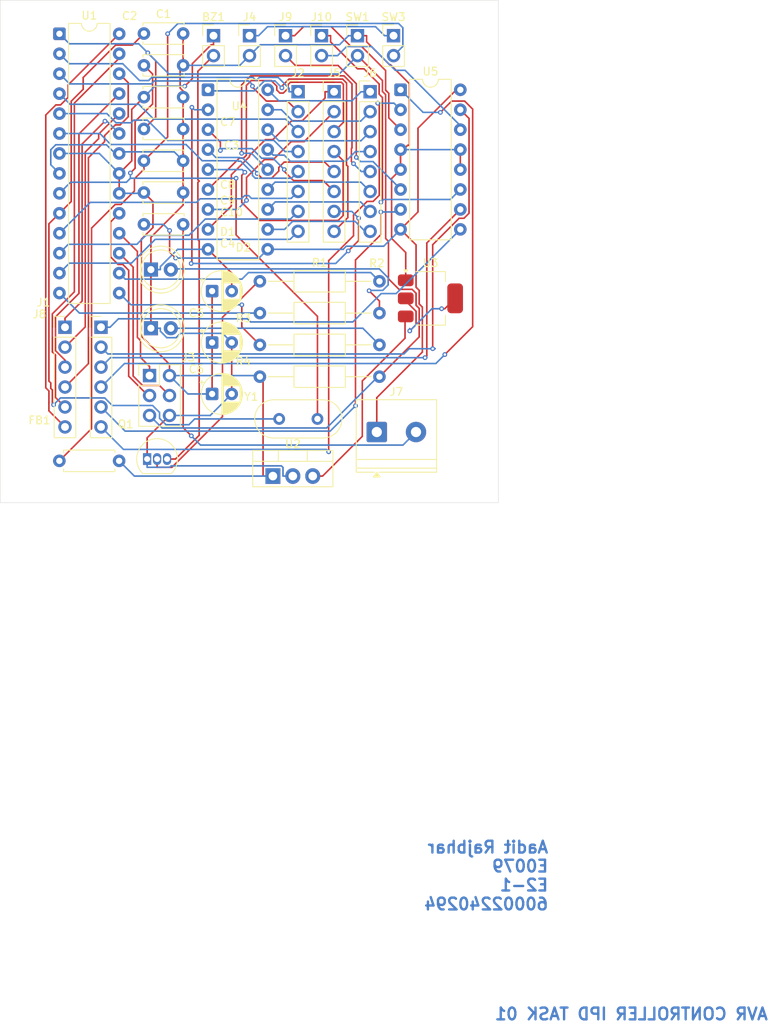
<source format=kicad_pcb>
(kicad_pcb (version 20241229) (generator "pcbnew") (generator_version "9.0")
  (layers (0 "F.Cu" signal) (2 "B.Cu" signal) (13 "F.Paste" user) (15 "B.Paste" user) (5 "F.SilkS" user "F.Silkscreen") (7 "B.SilkS" user "B.Silkscreen") (1 "F.Mask" user) (3 "B.Mask" user) (25 "Edge.Cuts" user))
  (net 0 "")
  (net 1 "5V")
  (net 2 "Net-(BZ1--)")
  (net 3 "GND")
  (net 4 "Net-(U1-XTAL2{slash}PB7)")
  (net 5 "Net-(U1-XTAL1{slash}PB6)")
  (net 6 "RESET")
  (net 7 "Net-(C8-Pad1)")
  (net 8 "Net-(C10-Pad2)")
  (net 9 "12V")
  (net 10 "Net-(D1-A)")
  (net 11 "Net-(D2-A)")
  (net 12 "Net-(J1-Pin_5)")
  (net 13 "Net-(J1-Pin_4)")
  (net 14 "Net-(J1-Pin_2)")
  (net 15 "Net-(J1-Pin_1)")
  (net 16 "Net-(J1-Pin_6)")
  (net 17 "Net-(J1-Pin_3)")
  (net 18 "Net-(J2-Pin_4)")
  (net 19 "Net-(J2-Pin_8)")
  (net 20 "Net-(J2-Pin_6)")
  (net 21 "Net-(J2-Pin_3)")
  (net 22 "Net-(J2-Pin_2)")
  (net 23 "Net-(J2-Pin_1)")
  (net 24 "Net-(J2-Pin_5)")
  (net 25 "Net-(J2-Pin_7)")
  (net 26 "SCK")
  (net 27 "MISO")
  (net 28 "MOSI")
  (net 29 "Net-(J4-Pad1)")
  (net 30 "Net-(J5-Pin_8)")
  (net 31 "Net-(J5-Pin_4)")
  (net 32 "Net-(J5-Pin_3)")
  (net 33 "Net-(J5-Pin_5)")
  (net 34 "Net-(J5-Pin_2)")
  (net 35 "Net-(J5-Pin_1)")
  (net 36 "Net-(J5-Pin_7)")
  (net 37 "Net-(J5-Pin_6)")
  (net 38 "Net-(J6-Pin_4)")
  (net 39 "Net-(J6-Pin_5)")
  (net 40 "Net-(J6-Pin_3)")
  (net 41 "Net-(J6-Pin_8)")
  (net 42 "Net-(J6-Pin_7)")
  (net 43 "Net-(J6-Pin_6)")
  (net 44 "Net-(J6-Pin_1)")
  (net 45 "Net-(J6-Pin_2)")
  (net 46 "Net-(J8-Pin_6)")
  (net 47 "Net-(J8-Pin_5)")
  (net 48 "Net-(J8-Pin_2)")
  (net 49 "Net-(J8-Pin_3)")
  (net 50 "Net-(J8-Pin_4)")
  (net 51 "Net-(J8-Pin_1)")
  (net 52 "Net-(J9-Pin_2)")
  (net 53 "Net-(J9-Pin_1)")
  (net 54 "Net-(J10-Pin_1)")
  (net 55 "Net-(J10-Pin_2)")
  (net 56 "Net-(Q1-G)")
  (net 57 "PWM1")
  (net 58 "GPIO_FLAG_1")
  (net 59 "GPIO_FLAG_2")
  (net 60 "Net-(U2-OUT)")
  (net 61 "+3V0")
  (footprint "Package_TO_SOT_THT:TO-220-3_Vertical" (layer "F.Cu") (at 158.26 121.11)
    (property "Reference" "U2")
    (property "Value" "L7805")
  )
  (footprint "Package_DIP:DIP-28_W7.62mm" (layer "F.Cu") (at 131.05 64.78)
    (property "Reference" "U1")
    (property "Value" "ATmega328-P")
  )
  (footprint "LED_THT:LED_D5.0mm" (layer "F.Cu") (at 142.71 102.28)
    (property "Reference" "D2")
    (property "Value" "LED")
  )
  (footprint "Capacitor_THT:C_Disc_D5.0mm_W2.5mm_P5.00mm" (layer "F.Cu") (at 141.82 76.9)
    (property "Reference" "C7")
    (property "Value" "1uf")
  )
  (footprint "Resistor_THT:R_Axial_DIN0207_L6.3mm_D2.5mm_P15.24mm_Horizontal" (layer "F.Cu") (at 156.6 96.3)
    (property "Reference" "R1")
    (property "Value" "R")
  )
  (footprint "Package_TO_SOT_SMD:SOT-223-3_TabPin2" (layer "F.Cu") (at 178.34 98.475)
    (property "Reference" "U3")
    (property "Value" "AMS1117-3.3")
  )
  (footprint "Connector_PinHeader_2.54mm:PinHeader_1x02_P2.54mm_Vertical" (layer "F.Cu") (at 169.05 65.02)
    (property "Reference" "SW1")
    (property "Value" "SW_Push")
  )
  (footprint "Capacitor_THT:C_Disc_D5.0mm_W2.5mm_P5.00mm" (layer "F.Cu") (at 141.82 89.05)
    (property "Reference" "C10")
    (property "Value" "100uf")
  )
  (footprint "Connector_PinHeader_2.54mm:PinHeader_1x06_P2.54mm_Vertical" (layer "F.Cu") (at 131.76 102.15)
    (property "Reference" "J1")
    (property "Value" "Conn_01x06")
  )
  (footprint "Connector_PinHeader_2.54mm:PinHeader_1x08_P2.54mm_Vertical" (layer "F.Cu") (at 166.06 72.16)
    (property "Reference" "J5")
    (property "Value" "Conn_01x08")
  )
  (footprint "Connector_PinHeader_2.54mm:PinHeader_1x02_P2.54mm_Vertical" (layer "F.Cu") (at 164.46 65.02)
    (property "Reference" "J10")
    (property "Value" "Screw_Terminal_01x02")
  )
  (footprint "Connector_PinHeader_2.54mm:PinHeader_1x06_P2.54mm_Vertical" (layer "F.Cu") (at 136.35 102.15)
    (property "Reference" "J8")
    (property "Value" "Screw_Terminal_01x06")
  )
  (footprint "Connector_PinHeader_2.54mm:PinHeader_1x02_P2.54mm_Vertical" (layer "F.Cu") (at 150.69 65.02)
    (property "Reference" "BZ1")
    (property "Value" "Buzzer")
  )
  (footprint "Resistor_THT:R_Axial_DIN0207_L6.3mm_D2.5mm_P15.24mm_Horizontal" (layer "F.Cu") (at 156.6 108.45)
    (property "Reference" "R4")
    (property "Value" "R")
  )
  (footprint "Connector_PinHeader_2.54mm:PinHeader_1x02_P2.54mm_Vertical" (layer "F.Cu") (at 155.28 65.02)
    (property "Reference" "J4")
    (property "Value" "Barrel_Jack")
  )
  (footprint "Package_TO_SOT_THT:TO-92_Inline" (layer "F.Cu") (at 142.23 118.94)
    (property "Reference" "Q1")
    (property "Value" "2N7000")
  )
  (footprint "Capacitor_THT:CP_Radial_D5.0mm_P2.50mm" (layer "F.Cu") (at 150.5098 97.55)
    (property "Reference" "C4")
    (property "Value" "100nf")
  )
  (footprint "Connector_PinHeader_2.54mm:PinHeader_2x03_P2.54mm_Vertical" (layer "F.Cu") (at 142.54 108.31)
    (property "Reference" "J3")
    (property "Value" "Conn_02x03_Odd_Even")
  )
  (footprint "Capacitor_THT:CP_Radial_D5.0mm_P2.50mm" (layer "F.Cu") (at 150.5098 104.1)
    (property "Reference" "C5")
    (property "Value" "100nf")
  )
  (footprint "Connector_PinHeader_2.54mm:PinHeader_1x08_P2.54mm_Vertical" (layer "F.Cu") (at 170.65 72.16)
    (property "Reference" "J6")
    (property "Value" "Conn_01x08")
  )
  (footprint "Resistor_THT:R_Axial_DIN0207_L6.3mm_D2.5mm_P15.24mm_Horizontal" (layer "F.Cu") (at 156.6 100.35)
    (property "Reference" "R2")
    (property "Value" "R")
  )
  (footprint "Resistor_THT:R_Axial_DIN0207_L6.3mm_D2.5mm_P7.62mm_Horizontal" (layer "F.Cu") (at 131.04 119.17)
    (property "Reference" "FB1")
    (property "Value" "FerriteBead")
  )
  (footprint "Connector_PinHeader_2.54mm:PinHeader_1x02_P2.54mm_Vertical" (layer "F.Cu") (at 159.87 65.02)
    (property "Reference" "J9")
    (property "Value" "Screw_Terminal_01x02")
  )
  (footprint "Resistor_THT:R_Axial_DIN0207_L6.3mm_D2.5mm_P15.24mm_Horizontal" (layer "F.Cu") (at 156.6 104.4)
    (property "Reference" "R3")
    (property "Value" "R")
  )
  (footprint "Capacitor_THT:C_Disc_D5.0mm_W2.5mm_P5.00mm" (layer "F.Cu") (at 141.82 68.8)
    (property "Reference" "C2")
    (property "Value" "22pf")
  )
  (footprint "Crystal:Crystal_HC49-U_Vertical" (layer "F.Cu") (at 159.06 113.83)
    (property "Reference" "Y1")
    (property "Value" "Crystal")
  )
  (footprint "Capacitor_THT:C_Disc_D5.0mm_W2.5mm_P5.00mm" (layer "F.Cu") (at 141.82 64.75)
    (property "Reference" "C1")
    (property "Value" "22pf")
  )
  (footprint "Connector_PinHeader_2.54mm:PinHeader_1x08_P2.54mm_Vertical" (layer "F.Cu") (at 161.47 72.16)
    (property "Reference" "J2")
    (property "Value" "Conn_01x08")
  )
  (footprint "Capacitor_THT:C_Disc_D5.0mm_W2.5mm_P5.00mm" (layer "F.Cu") (at 141.82 85)
    (property "Reference" "C9")
    (property "Value" "1uf")
  )
  (footprint "Connector_PinHeader_2.54mm:PinHeader_1x02_P2.54mm_Vertical" (layer "F.Cu") (at 173.64 65.02)
    (property "Reference" "SW3")
    (property "Value" "SW_Push")
  )
  (footprint "LED_THT:LED_D5.0mm" (layer "F.Cu") (at 142.71 94.81)
    (property "Reference" "D1")
    (property "Value" "LED")
  )
  (footprint "TerminalBlock_Phoenix:TerminalBlock_Phoenix_PT-1,5-2-5.0-H_1x02_P5.00mm_Horizontal" (layer "F.Cu") (at 171.5 115.5)
    (property "Reference" "J7")
    (property "Value" "Barrel_Jack")
  )
  (footprint "Capacitor_THT:C_Disc_D5.0mm_W2.5mm_P5.00mm" (layer "F.Cu") (at 141.82 80.95)
    (property "Reference" "C8")
    (property "Value" "1uf")
  )
  (footprint "Capacitor_THT:CP_Radial_D5.0mm_P2.50mm" (layer "F.Cu") (at 150.5098 110.65)
    (property "Reference" "C6")
    (property "Value" "10uf")
  )
  (footprint "Capacitor_THT:C_Disc_D5.0mm_W2.5mm_P5.00mm" (layer "F.Cu") (at 141.82 72.85)
    (property "Reference" "C3")
    (property "Value" "C")
  )
  (footprint "Package_DIP:DIP-18_W7.62mm" (layer "F.Cu") (at 149.98 71.91)
    (property "Reference" "U4")
    (property "Value" "ULN2803A")
  )
  (footprint "Package_DIP:DIP-16_W7.62mm" (layer "F.Cu") (at 174.53 71.91)
    (property "Reference" "U5")
    (property "Value" "L293")
  )
  (gr_rect (start 123.5 60.5) (end 187 124.5) (stroke (width 0.05)) (fill no) (layer "Edge.Cuts"))
  (gr_text "AVR CONTROLLER IPD TASK 01\n" (at 221.5 190.5 0) (layer "B.Cu") (effects (font (size 1.5 1.5) (thickness 0.3) (bold yes)) (justify left bottom mirror)))
  (gr_text "Aadit Rajbhar\nE0079\nE2-1\n60002240294" (at 193.5 176.5 0) (layer "B.Cu") (effects (font (size 1.5 1.5) (thickness 0.3) (bold yes)) (justify left bottom mirror)))
  (segment (start 147.9906 70.4889) (end 147.0357 71.4438) (width 0.2) (layer "F.Cu") (net 1))
  (segment (start 150.5098 97.55) (end 150.5098 104.1) (width 0.2) (layer "F.Cu") (net 1))
  (segment (start 138.67 82.56) (end 138.67 85.1) (width 0.2) (layer "F.Cu") (net 1))
  (segment (start 150.4021 66.1717) (end 147.9906 68.5832) (width 0.2) (layer "F.Cu") (net 1))
  (segment (start 157.0058 121.11) (end 157.0058 108.8558) (width 0.2) (layer "F.Cu") (net 1))
  (segment (start 140.2672 74.4028) (end 140.2672 80.9628) (width 0.2) (layer "F.Cu") (net 1))
  (segment (start 141.4872 90.9409) (end 141.4872 103.2839) (width 0.2) (layer "F.Cu") (net 1))
  (segment (start 145.08 106.8767) (end 145.08 108.31) (width 0.2) (layer "F.Cu") (net 1))
  (segment (start 141.4872 103.2839) (end 145.08 106.8767) (width 0.2) (layer "F.Cu") (net 1))
  (segment (start 141.82 85) (end 142.9711 86.1511) (width 0.2) (layer "F.Cu") (net 1))
  (segment (start 142.9711 89.457) (end 141.4872 90.9409) (width 0.2) (layer "F.Cu") (net 1))
  (segment (start 147.9906 68.5832) (end 147.9906 70.4889) (width 0.2) (layer "F.Cu") (net 1))
  (segment (start 142.9711 86.1511) (end 142.9711 89.457) (width 0.2) (layer "F.Cu") (net 1))
  (segment (start 158.26 121.11) (end 157.0058 121.11) (width 0.2) (layer "F.Cu") (net 1))
  (segment (start 141.82 72.85) (end 140.2672 74.4028) (width 0.2) (layer "F.Cu") (net 1))
  (segment (start 140.2672 80.9628) (end 138.67 82.56) (width 0.2) (layer "F.Cu") (net 1))
  (segment (start 150.5098 104.1) (end 150.5098 110.65) (width 0.2) (layer "F.Cu") (net 1))
  (segment (start 150.69 66.1717) (end 150.4021 66.1717) (width 0.2) (layer "F.Cu") (net 1))
  (segment (start 150.69 65.02) (end 150.69 66.1717) (width 0.2) (layer "F.Cu") (net 1))
  (segment (start 157.0058 108.8558) (end 156.6 108.45) (width 0.2) (layer "F.Cu") (net 1))
  (via (at 147.0357 71.4438) (size 0.6) (drill 0.3) (layers "F.Cu" "B.Cu") (net 1))
  (segment (start 138.67 85.1) (end 141.72 85.1) (width 0.2) (layer "B.Cu") (net 1))
  (segment (start 147.0357 71.4438) (end 143.2262 71.4438) (width 0.2) (layer "B.Cu") (net 1))
  (segment (start 141.72 85.1) (end 141.82 85) (width 0.2) (layer "B.Cu") (net 1))
  (segment (start 138.66 119.17) (end 140.6 121.11) (width 0.2) (layer "B.Cu") (net 1))
  (segment (start 143.2262 71.4438) (end 141.82 72.85) (width 0.2) (layer "B.Cu") (net 1))
  (segment (start 156.46 108.31) (end 156.6 108.45) (width 0.2) (layer "B.Cu") (net 1))
  (segment (start 140.6 121.11) (end 158.26 121.11) (width 0.2) (layer "B.Cu") (net 1))
  (segment (start 145.08 108.31) (end 147.42 110.65) (width 0.2) (layer "B.Cu") (net 1))
  (segment (start 147.42 110.65) (end 150.5098 110.65) (width 0.2) (layer "B.Cu") (net 1))
  (segment (start 136.13 80.02) (end 131.05 80.02) (width 0.2) (layer "B.Cu") (net 1))
  (segment (start 145.08 108.31) (end 156.46 108.31) (width 0.2) (layer "B.Cu") (net 1))
  (segment (start 138.67 82.56) (end 136.13 80.02) (width 0.2) (layer "B.Cu") (net 1))
  (segment (start 145.5967 118.94) (end 145.837 118.94) (width 0.2) (layer "F.Cu") (net 2))
  (segment (start 150.69 67.56) (end 148.697 69.553) (width 0.2) (layer "F.Cu") (net 2))
  (segment (start 144.77 118.94) (end 145.5967 118.94) (width 0.2) (layer "F.Cu") (net 2))
  (segment (start 148.697 69.553) (end 148.697 83.3719) (width 0.2) (layer "F.Cu") (net 2))
  (segment (start 148.6985 90.9934) (end 148.6985 83.703) (width 0.2) (layer "F.Cu") (net 2))
  (segment (start 148.8633 115.9137) (end 148.8633 91.1582) (width 0.2) (layer "F.Cu") (net 2))
  (segment (start 145.837 118.94) (end 148.8633 115.9137) (width 0.2) (layer "F.Cu") (net 2))
  (segment (start 148.697 83.3719) (end 148.8633 83.5382) (width 0.2) (layer "F.Cu") (net 2))
  (segment (start 148.6985 83.703) (end 148.8633 83.5382) (width 0.2) (layer "F.Cu") (net 2))
  (segment (start 148.6985 90.9934) (end 148.8633 91.1582) (width 0.2) (layer "F.Cu") (net 2))
  (segment (start 148.697 83.3719) (end 148.8633 83.5382) (width 0.2) (layer "F.Cu") (net 2))
  (segment (start 148.6985 90.9934) (end 148.8633 91.1582) (width 0.2) (layer "F.Cu") (net 2))
  (segment (start 146.434 69.186) (end 146.434 71.6929) (width 0.2) (layer "F.Cu") (net 3))
  (segment (start 175.43 78.979) (end 175.5602 78.979) (width 0.2) (layer "F.Cu") (net 3))
  (segment (start 175.19 96.175) (end 175.19 92.6411) (width 0.2) (layer "F.Cu") (net 3))
  (segment (start 142.71 94.81) (end 142.71 102.28) (width 0.2) (layer "F.Cu") (net 3))
  (segment (start 149.98 92.23) (end 153.0098 95.2598) (width 0.2) (layer "F.Cu") (net 3))
  (segment (start 174.53 79.53) (end 174.53 80.8) (width 0.2) (layer "F.Cu") (net 3))
  (segment (start 142.23 116.24) (end 145.08 113.39) (width 0.2) (layer "F.Cu") (net 3))
  (segment (start 146.82 72.85) (end 146.82 76.9) (width 0.2) (layer "F.Cu") (net 3))
  (segment (start 174.53 80.8) (end 174.53 82.07) (width 0.2) (layer "F.Cu") (net 3))
  (segment (start 142.71 94.81) (end 142.71 90.6957) (width 0.2) (layer "F.Cu") (net 3))
  (segment (start 153.0098 110.65) (end 153.0098 104.1) (width 0.2) (layer "F.Cu") (net 3))
  (segment (start 169.05 65.02) (end 170.2017 65.02) (width 0.2) (layer "F.Cu") (net 3))
  (segment (start 146.82 86.5857) (end 146.82 85) (width 0.2) (layer "F.Cu") (net 3))
  (segment (start 175.19 92.6411) (end 173.3903 90.8414) (width 0.2) (layer "F.Cu") (net 3))
  (segment (start 173.3903 90.8414) (end 173.3903 83.2097) (width 0.2) (layer "F.Cu") (net 3))
  (segment (start 153.0098 95.2598) (end 153.0098 97.55) (width 0.2) (layer "F.Cu") (net 3))
  (segment (start 146.82 76.9) (end 146.82 80.95) (width 0.2) (layer "F.Cu") (net 3))
  (segment (start 170.2017 65.7973) (end 170.2017 65.02) (width 0.2) (layer "F.Cu") (net 3))
  (segment (start 146.434 71.6929) (end 146.8199 72.0788) (width 0.2) (layer "F.Cu") (net 3))
  (segment (start 146.82 72.0788) (end 146.82 72.85) (width 0.2) (layer "F.Cu") (net 3))
  (segment (start 142.23 118.94) (end 142.23 116.24) (width 0.2) (layer "F.Cu") (net 3))
  (segment (start 175.6577 71.1285) (end 173.2469 68.7177) (width 0.2) (layer "F.Cu") (net 3))
  (segment (start 173.2469 68.7177) (end 173.1221 68.7177) (width 0.2) (layer "F.Cu") (net 3))
  (segment (start 173.1221 68.7177) (end 170.2017 65.7973) (width 0.2) (layer "F.Cu") (net 3))
  (segment (start 146.82 68.8) (end 146.82 64.75) (width 0.2) (layer "F.Cu") (net 3))
  (segment (start 182.15 79.53) (end 182.15 82.07) (width 0.2) (layer "F.Cu") (net 3))
  (segment (start 175.5602 78.979) (end 175.6577 78.8815) (width 0.2) (layer "F.Cu") (net 3))
  (segment (start 174.53 79.879) (end 175.43 78.979) (width 0.2) (layer "F.Cu") (net 3))
  (segment (start 174.53 80.8) (end 174.53 79.879) (width 0.2) (layer "F.Cu") (net 3))
  (segment (start 175.6577 78.8815) (end 175.6577 71.1285) (width 0.2) (layer "F.Cu") (net 3))
  (segment (start 142.71 90.6957) (end 146.82 86.5857) (width 0.2) (layer "F.Cu") (net 3))
  (segment (start 146.82 68.8) (end 146.434 69.186) (width 0.2) (layer "F.Cu") (net 3))
  (segment (start 146.82 80.95) (end 146.82 85) (width 0.2) (layer "F.Cu") (net 3))
  (segment (start 173.3903 83.2097) (end 174.53 82.07) (width 0.2) (layer "F.Cu") (net 3))
  (segment (start 146.8199 72.0788) (end 146.82 72.0788) (width 0.2) (layer "F.Cu") (net 3))
  (segment (start 145.1125 119.9917) (end 142.23 119.9917) (width 0.2) (layer "B.Cu") (net 3))
  (segment (start 142.23 118.94) (end 142.23 119.9917) (width 0.2) (layer "B.Cu") (net 3))
  (segment (start 153.0098 110.65) (end 150.2698 113.39) (width 0.2) (layer "B.Cu") (net 3))
  (segment (start 129.947 79.5441) (end 130.5811 78.91) (width 0.2) (layer "B.Cu") (net 3))
  (segment (start 138.1493 80.02) (end 138.67 80.02) (width 0.2) (layer "B.Cu") (net 3))
  (segment (start 160.8 121.11) (end 159.5458 121.11) (width 0.2) (layer "B.Cu") (net 3))
  (segment (start 138.8753 79.8147) (end 145.6847 79.8147) (width 0.2) (layer "B.Cu") (net 3))
  (segment (start 131.05 82.56) (end 129.947 81.457) (width 0.2) (layer "B.Cu") (net 3))
  (segment (start 156.6683 66.1717) (end 155.28 67.56) (width 0.2) (layer "B.Cu") (net 3))
  (segment (start 154.04 68.8) (end 146.82 68.8) (width 0.2) (layer "B.Cu") (net 3))
  (segment (start 159.5458 121.11) (end 159.5458 120.0126) (width 0.2) (layer "B.Cu") (net 3))
  (segment (start 166.7466 66.1717) (end 156.6683 66.1717) (width 0.2) (layer "B.Cu") (net 3))
  (segment (start 145.2959 119.8083) (end 145.1125 119.9917) (width 0.2) (layer "B.Cu") (net 3))
  (segment (start 129.947 81.457) (end 129.947 79.5441) (width 0.2) (layer "B.Cu") (net 3))
  (segment (start 145.9169 103.4817) (end 144.7378 103.4817) (width 0.2) (layer "B.Cu") (net 3))
  (segment (start 144.7378 103.4817) (end 143.9117 102.6556) (width 0.2) (layer "B.Cu") (net 3))
  (segment (start 153.0098 104.1) (end 151.8435 102.9337) (width 0.2) (layer "B.Cu") (net 3))
  (segment (start 142.71 102.28) (end 143.9117 102.28) (width 0.2) (layer "B.Cu") (net 3))
  (segment (start 143.9117 94.81) (end 143.9117 94.4345) (width 0.2) (layer "B.Cu") (net 3))
  (segment (start 169.05 65.02) (end 167.8983 65.02) (width 0.2) (layer "B.Cu") (net 3))
  (segment (start 159.3415 119.8083) (end 145.2959 119.8083) (width 0.2) (layer "B.Cu") (net 3))
  (segment (start 142.71 94.81) (end 143.9117 94.81) (width 0.2) (layer "B.Cu") (net 3))
  (segment (start 174.53 79.53) (end 182.15 79.53) (width 0.2) (layer "B.Cu") (net 3))
  (segment (start 146.1162 92.23) (end 149.98 92.23) (width 0.2) (layer "B.Cu") (net 3))
  (segment (start 143.9117 94.4345) (end 146.1162 92.23) (width 0.2) (layer "B.Cu") (net 3))
  (segment (start 167.8983 65.02) (end 166.7466 66.1717) (width 0.2) (layer "B.Cu") (net 3))
  (segment (start 159.5458 120.0126) (end 159.3415 119.8083) (width 0.2) (layer "B.Cu") (net 3))
  (segment (start 137.0393 78.91) (end 138.1493 80.02) (width 0.2) (layer "B.Cu") (net 3))
  (segment (start 145.6847 79.8147) (end 146.82 80.95) (width 0.2) (layer "B.Cu") (net 3))
  (segment (start 155.28 67.56) (end 154.04 68.8) (width 0.2) (layer "B.Cu") (net 3))
  (segment (start 130.5811 78.91) (end 137.0393 78.91) (width 0.2) (layer "B.Cu") (net 3))
  (segment (start 150.2698 113.39) (end 145.08 113.39) (width 0.2) (layer "B.Cu") (net 3))
  (segment (start 151.8435 102.9337) (end 146.4649 102.9337) (width 0.2) (layer "B.Cu") (net 3))
  (segment (start 143.9117 102.6556) (end 143.9117 102.28) (width 0.2) (layer "B.Cu") (net 3))
  (segment (start 146.4649 102.9337) (end 145.9169 103.4817) (width 0.2) (layer "B.Cu") (net 3))
  (segment (start 138.67 80.02) (end 138.8753 79.8147) (width 0.2) (layer "B.Cu") (net 3))
  (segment (start 132.552 86.138) (end 131.05 87.64) (width 0.2) (layer "F.Cu") (net 4))
  (segment (start 138.2073 66.2183) (end 134.0775 70.3481) (width 0.2) (layer "F.Cu") (net 4))
  (segment (start 141.82 64.75) (end 140.3517 66.2183) (width 0.2) (layer "F.Cu") (net 4))
  (segment (start 129.9482 109.2514) (end 129.7107 109.0139) (width 0.2) (layer "F.Cu") (net 4))
  (segment (start 129.9482 109.9398) (end 129.9482 109.2514) (width 0.2) (layer "F.Cu") (net 4))
  (segment (start 130.1484 110.14) (end 129.9482 109.9398) (width 0.2) (layer "F.Cu") (net 4))
  (segment (start 129.7107 109.0139) (end 129.7107 88.9793) (width 0.2) (layer "F.Cu") (net 4))
  (segment (start 132.552 73.3672) (end 132.552 86.138) (width 0.2) (layer "F.Cu") (net 4))
  (segment (start 134.0775 70.3481) (end 134.0775 71.8417) (width 0.2) (layer "F.Cu") (net 4))
  (segment (start 129.7107 88.9793) (end 131.05 87.64) (width 0.2) (layer "F.Cu") (net 4))
  (segment (start 140.3517 66.2183) (end 138.2073 66.2183) (width 0.2) (layer "F.Cu") (net 4))
  (segment (start 130.31 112.0292) (end 130.1484 111.8676) (width 0.2) (layer "F.Cu") (net 4))
  (segment (start 134.0775 71.8417) (end 132.552 73.3672) (width 0.2) (layer "F.Cu") (net 4))
  (segment (start 130.1484 111.8676) (end 130.1484 110.14) (width 0.2) (layer "F.Cu") (net 4))
  (via (at 130.31 112.0292) (size 0.6) (drill 0.3) (layers "F.Cu" "B.Cu") (net 4))
  (segment (start 131.1809 111.1583) (end 130.31 112.0292) (width 0.2) (layer "B.Cu") (net 4))
  (segment (start 142.9254 112.12) (end 137.7888 112.12) (width 0.2) (layer "B.Cu") (net 4))
  (segment (start 136.8271 111.1583) (end 131.1809 111.1583) (width 0.2) (layer "B.Cu") (net 4))
  (segment (start 143.81 113.0046) (end 142.9254 112.12) (width 0.2) (layer "B.Cu") (net 4))
  (segment (start 143.81 113.7487) (end 143.81 113.0046) (width 0.2) (layer "B.Cu") (net 4))
  (segment (start 137.7888 112.12) (end 136.8271 111.1583) (width 0.2) (layer "B.Cu") (net 4))
  (segment (start 148.2914 113.83) (end 147.5648 114.5566) (width 0.2) (layer "B.Cu") (net 4))
  (segment (start 159.06 113.83) (end 148.2914 113.83) (width 0.2) (layer "B.Cu") (net 4))
  (segment (start 147.556 114.5654) (end 144.6267 114.5654) (width 0.2) (layer "B.Cu") (net 4))
  (segment (start 147.5648 114.5566) (end 147.556 114.5654) (width 0.2) (layer "B.Cu") (net 4))
  (segment (start 144.6267 114.5654) (end 143.81 113.7487) (width 0.2) (layer "B.Cu") (net 4))
  (segment (start 147.5648 114.5566) (end 147.556 114.5654) (width 0.2) (layer "B.Cu") (net 4))
  (segment (start 140.0938 82.5083) (end 140.6943 81.9078) (width 0.2) (layer "F.Cu") (net 5))
  (segment (start 142.9217 69.9017) (end 141.82 68.8) (width 0.2) (layer "F.Cu") (net 5))
  (segment (start 153.5671 90.3955) (end 163.94 100.7684) (width 0.2) (layer "F.Cu") (net 5))
  (segment (start 140.6943 75.9485) (end 142.9217 73.7211) (width 0.2) (layer "F.Cu") (net 5))
  (segment (start 163.94 100.7684) (end 163.94 113.83) (width 0.2) (layer "F.Cu") (net 5))
  (segment (start 140.6943 81.9078) (end 140.6943 75.9485) (width 0.2) (layer "F.Cu") (net 5))
  (segment (start 142.9217 73.7211) (end 142.9217 69.9017) (width 0.2) (layer "F.Cu") (net 5))
  (segment (start 153.5671 83.1777) (end 153.5671 90.3955) (width 0.2) (layer "F.Cu") (net 5))
  (via (at 140.0938 82.5083) (size 0.6) (drill 0.3) (layers "F.Cu" "B.Cu") (net 5))
  (via (at 153.5671 83.1777) (size 0.6) (drill 0.3) (layers "F.Cu" "B.Cu") (net 5))
  (segment (start 140.0938 83.1777) (end 139.5831 83.6884) (width 0.2) (layer "B.Cu") (net 5))
  (segment (start 140.0938 83.1777) (end 153.5671 83.1777) (width 0.2) (layer "B.Cu") (net 5))
  (segment (start 140.0938 83.1777) (end 140.0938 82.5083) (width 0.2) (layer "B.Cu") (net 5))
  (segment (start 139.5831 83.6884) (end 132.4616 83.6884) (width 0.2) (layer "B.Cu") (net 5))
  (segment (start 132.4616 83.6884) (end 131.05 85.1) (width 0.2) (layer "B.Cu") (net 5))
  (segment (start 143.3234 68.2207) (end 143.3234 75.3966) (width 0.2) (layer "F.Cu") (net 6))
  (segment (start 172.2233 72.1238) (end 172.2233 70.7333) (width 0.2) (layer "F.Cu") (net 6))
  (segment (start 176.6727 99.5217) (end 176.5064 99.3554) (width 0.2) (layer "F.Cu") (net 6))
  (segment (start 174.33 97.325) (end 172.9901 95.9851) (width 0.2) (layer "F.Cu") (net 6))
  (segment (start 172.625 72.5255) (end 172.2233 72.1238) (width 0.2) (layer "F.Cu") (net 6))
  (segment (start 172.6326 75.708) (end 172.625 75.7004) (width 0.2) (layer "F.Cu") (net 6))
  (segment (start 176.0078 97.325) (end 174.33 97.325) (width 0.2) (layer "F.Cu") (net 6))
  (segment (start 176.5064 97.8236) (end 176.0078 97.325) (width 0.2) (layer "F.Cu") (net 6))
  (segment (start 176.9081 99.7571) (end 176.6727 99.5217) (width 0.2) (layer "F.Cu") (net 6))
  (segment (start 172.2233 70.7333) (end 169.05 67.56) (width 0.2) (layer "F.Cu") (net 6))
  (segment (start 172.9901 91.2092) (end 172.6326 90.8517) (width 0.2) (layer "F.Cu") (net 6))
  (segment (start 172.625 75.7004) (end 172.625 72.5255) (width 0.2) (layer "F.Cu") (net 6))
  (segment (start 172.9901 95.9851) (end 172.9901 91.2092) (width 0.2) (layer "F.Cu") (net 6))
  (segment (start 172.6326 90.8517) (end 172.6326 75.708) (width 0.2) (layer "F.Cu") (net 6))
  (segment (start 176.9081 103.3819) (end 176.9081 99.7571) (width 0.2) (layer "F.Cu") (net 6))
  (segment (start 176.6727 99.5217) (end 176.5064 99.3554) (width 0.2) (layer "F.Cu") (net 6))
  (segment (start 142.3146 67.2119) (end 143.3234 68.2207) (width 0.2) (layer "F.Cu") (net 6))
  (segment (start 143.3234 75.3966) (end 141.82 76.9) (width 0.2) (layer "F.Cu") (net 6))
  (segment (start 171.84 108.45) (end 176.9081 103.3819) (width 0.2) (layer "F.Cu") (net 6))
  (segment (start 176.5064 99.3554) (end 176.5064 97.8236) (width 0.2) (layer "F.Cu") (net 6))
  (via (at 142.3146 67.2119) (size 0.6) (drill 0.3) (layers "F.Cu" "B.Cu") (net 6))
  (segment (start 142.3146 67.2119) (end 141.1527 66.05) (width 0.2) (layer "B.Cu") (net 6))
  (segment (start 171.6437 108.45) (end 165.1117 114.982) (width 0.2) (layer "B.Cu") (net 6))
  (segment (start 141.1527 66.05) (end 132.32 66.05) (width 0.2) (layer "B.Cu") (net 6))
  (segment (start 144.132 114.982) (end 142.54 113.39) (width 0.2) (layer "B.Cu") (net 6))
  (segment (start 165.1117 114.982) (end 144.132 114.982) (width 0.2) (layer "B.Cu") (net 6))
  (segment (start 132.32 66.05) (end 131.05 64.78) (width 0.2) (layer "B.Cu") (net 6))
  (segment (start 145.0044 69.9017) (end 142.3146 67.2119) (width 0.2) (layer "B.Cu") (net 6))
  (segment (start 169.05 67.56) (end 166.7083 69.9017) (width 0.2) (layer "B.Cu") (net 6))
  (segment (start 166.7083 69.9017) (end 145.0044 69.9017) (width 0.2) (layer "B.Cu") (net 6))
  (segment (start 171.84 108.45) (end 171.6437 108.45) (width 0.2) (layer "B.Cu") (net 6))
  (segment (start 135.1461 89.5282) (end 138.1576 86.5167) (width 0.2) (layer "F.Cu") (net 7))
  (segment (start 141.82 82.038) (end 141.82 80.95) (width 0.2) (layer "F.Cu") (net 7))
  (segment (start 141.82 80.95) (end 144.8443 77.9257) (width 0.2) (layer "F.Cu") (net 7))
  (segment (start 144.8443 77.9257) (end 144.8443 64.7769) (width 0.2) (layer "F.Cu") (net 7))
  (segment (start 140.6076 83.2504) (end 141.82 82.038) (width 0.2) (layer "F.Cu") (net 7))
  (segment (start 135.1461 115.0639) (end 135.1461 89.5282) (width 0.2) (layer "F.Cu") (net 7))
  (segment (start 131.04 119.17) (end 135.1461 115.0639) (width 0.2) (layer "F.Cu") (net 7))
  (segment (start 140.6076 84.8014) (end 140.6076 83.2504) (width 0.2) (layer "F.Cu") (net 7))
  (segment (start 138.8923 86.5167) (end 140.6076 84.8014) (width 0.2) (layer "F.Cu") (net 7))
  (segment (start 138.1576 86.5167) (end 138.8923 86.5167) (width 0.2) (layer "F.Cu") (net 7))
  (via (at 144.8443 64.7769) (size 0.6) (drill 0.3) (layers "F.Cu" "B.Cu") (net 7))
  (segment (start 146.157 63.4642) (end 174.2785 63.4642) (width 0.2) (layer "B.Cu") (net 7))
  (segment (start 174.8248 64.0105) (end 174.8248 66.3752) (width 0.2) (layer "B.Cu") (net 7))
  (segment (start 144.8443 64.7769) (end 146.157 63.4642) (width 0.2) (layer "B.Cu") (net 7))
  (segment (start 174.2785 63.4642) (end 174.8248 64.0105) (width 0.2) (layer "B.Cu") (net 7))
  (segment (start 174.8248 66.3752) (end 173.64 67.56) (width 0.2) (layer "B.Cu") (net 7))
  (segment (start 146.82 114.9471) (end 147.8598 115.9869) (width 0.2) (layer "F.Cu") (net 8))
  (segment (start 146.82 89.05) (end 146.82 114.9471) (width 0.2) (layer "F.Cu") (net 8))
  (via (at 147.8598 115.9869) (size 0.6) (drill 0.3) (layers "F.Cu" "B.Cu") (net 8))
  (segment (start 174.8363 117.1637) (end 149.0366 117.1637) (width 0.2) (layer "B.Cu") (net 8))
  (segment (start 176.5 115.5) (end 174.8363 117.1637) (width 0.2) (layer "B.Cu") (net 8))
  (segment (start 149.0366 117.1637) (end 147.8598 115.9869) (width 0.2) (layer "B.Cu") (net 8))
  (segment (start 176.7536 76.794) (end 176.7536 87.4664) (width 0.2) (layer "F.Cu") (net 9))
  (segment (start 145.0929 89.8378) (end 145.0929 92.5771) (width 0.2) (layer "F.Cu") (net 9))
  (segment (start 177.3098 105.315) (end 171.5 111.1248) (width 0.2) (layer "F.Cu") (net 9))
  (segment (start 176.5064 97.0554) (end 176.5064 91.6664) (width 0.2) (layer "F.Cu") (net 9))
  (segment (start 176.9081 99.1891) (end 176.9081 97.4571) (width 0.2) (layer "F.Cu") (net 9))
  (segment (start 182.15 71.91) (end 181.6376 71.91) (width 0.2) (layer "F.Cu") (net 9))
  (segment (start 176.6727 97.2217) (end 176.5064 97.0554) (width 0.2) (layer "F.Cu") (net 9))
  (segment (start 181.6376 71.91) (end 176.7536 76.794) (width 0.2) (layer "F.Cu") (net 9))
  (segment (start 177.3098 99.5908) (end 177.3098 105.315) (width 0.2) (layer "F.Cu") (net 9))
  (segment (start 176.7536 87.4664) (end 174.53 89.69) (width 0.2) (layer "F.Cu") (net 9))
  (segment (start 176.6727 97.2217) (end 176.5064 97.0554) (width 0.2) (layer "F.Cu") (net 9))
  (segment (start 176.5064 91.6664) (end 174.53 89.69) (width 0.2) (layer "F.Cu") (net 9))
  (segment (start 177.0744 99.3554) (end 176.9081 99.1891) (width 0.2) (layer "F.Cu") (net 9))
  (segment (start 171.5 111.1248) (end 171.5 115.5) (width 0.2) (layer "F.Cu") (net 9))
  (segment (start 177.0744 99.3554) (end 176.9081 99.1891) (width 0.2) (layer "F.Cu") (net 9))
  (segment (start 177.0744 99.3554) (end 177.3098 99.5908) (width 0.2) (layer "F.Cu") (net 9))
  (segment (start 176.9081 97.4571) (end 176.6727 97.2217) (width 0.2) (layer "F.Cu") (net 9))
  (segment (start 145.0929 92.5771) (end 145.8595 93.3437) (width 0.2) (layer "F.Cu") (net 9))
  (via (at 145.8595 93.3437) (size 0.6) (drill 0.3) (layers "F.Cu" "B.Cu") (net 9))
  (via (at 145.0929 89.8378) (size 0.6) (drill 0.3) (layers "F.Cu" "B.Cu") (net 9))
  (segment (start 172.3856 91.8344) (end 167.612 91.8344) (width 0.2) (layer "B.Cu") (net 9))
  (segment (start 141.82 89.05) (end 144.3051 89.05) (width 0.2) (layer "B.Cu") (net 9))
  (segment (start 174.53 89.69) (end 172.3856 91.8344) (width 0.2) (layer "B.Cu") (net 9))
  (segment (start 156.4863 93.3437) (end 157.6 92.23) (width 0.2) (layer "B.Cu") (net 9))
  (segment (start 145.8595 93.3437) (end 156.4863 93.3437) (width 0.2) (layer "B.Cu") (net 9))
  (segment (start 167.2165 92.2299) (end 167.2165 92.23) (width 0.2) (layer "B.Cu") (net 9))
  (segment (start 167.612 91.8344) (end 167.2165 92.2299) (width 0.2) (layer "B.Cu") (net 9))
  (segment (start 144.3051 89.05) (end 145.0929 89.8378) (width 0.2) (layer "B.Cu") (net 9))
  (segment (start 167.2165 92.23) (end 157.6 92.23) (width 0.2) (layer "B.Cu") (net 9))
  (segment (start 170.5235 97.506) (end 171.84 98.8225) (width 0.2) (layer "F.Cu") (net 10))
  (segment (start 171.84 98.8225) (end 171.84 100.35) (width 0.2) (layer "F.Cu") (net 10))
  (via (at 170.5235 97.506) (size 0.6) (drill 0.3) (layers "F.Cu" "B.Cu") (net 10))
  (segment (start 172.2554 97.4626) (end 170.5669 97.4626) (width 0.2) (layer "B.Cu") (net 10))
  (segment (start 172.9521 96.7659) (end 172.2554 97.4626) (width 0.2) (layer "B.Cu") (net 10))
  (segment (start 170.5669 97.4626) (end 170.5235 97.506) (width 0.2) (layer "B.Cu") (net 10))
  (segment (start 145.25 94.81) (end 145.3355 94.7245) (width 0.2) (layer "B.Cu") (net 10))
  (segment (start 172.9521 95.854) (end 172.9521 96.7659) (width 0.2) (layer "B.Cu") (net 10))
  (segment (start 171.8226 94.7245) (end 172.9521 95.854) (width 0.2) (layer "B.Cu") (net 10))
  (segment (start 145.3355 94.7245) (end 171.8226 94.7245) (width 0.2) (layer "B.Cu") (net 10))
  (segment (start 169.72 102.28) (end 171.84 104.4) (width 0.2) (layer "B.Cu") (net 11))
  (segment (start 145.25 102.28) (end 169.72 102.28) (width 0.2) (layer "B.Cu") (net 11))
  (segment (start 130.3836 105.5333) (end 130.5484 105.6981) (width 0.2) (layer "F.Cu") (net 12))
  (segment (start 130.5484 109.972) (end 130.5484 105.6981) (width 0.2) (layer "F.Cu") (net 12))
  (segment (start 132.9537 73.6043) (end 132.9537 97.6435) (width 0.2) (layer "F.Cu") (net 12))
  (segment (start 130.5501 109.9737) (end 130.5484 109.972) (width 0.2) (layer "F.Cu") (net 12))
  (segment (start 130.1482 100.449) (end 130.1482 105.2979) (width 0.2) (layer "F.Cu") (net 12))
  (segment (start 130.5501 111.1001) (end 130.5501 109.9737) (width 0.2) (layer "F.Cu") (net 12))
  (segment (start 130.3836 105.5333) (end 130.5484 105.6981) (width 0.2) (layer "F.Cu") (net 12))
  (segment (start 131.76 112.31) (end 130.5501 111.1001) (width 0.2) (layer "F.Cu") (net 12))
  (segment (start 132.9537 97.6435) (end 130.1482 100.449) (width 0.2) (layer "F.Cu") (net 12))
  (segment (start 130.1482 105.2979) (end 130.3836 105.5333) (width 0.2) (layer "F.Cu") (net 12))
  (segment (start 138.67 67.32) (end 138.67 67.888) (width 0.2) (layer "F.Cu") (net 12))
  (segment (start 138.67 67.888) (end 132.9537 73.6043) (width 0.2) (layer "F.Cu") (net 12))
  (segment (start 134.7444 80.5717) (end 136.8054 78.5107) (width 0.2) (layer "F.Cu") (net 13))
  (segment (start 138.7898 76.3783) (end 139.8169 75.3512) (width 0.2) (layer "F.Cu") (net 13))
  (segment (start 136.8054 77.7481) (end 138.1752 76.3783) (width 0.2) (layer "F.Cu") (net 13))
  (segment (start 136.8054 78.5107) (end 136.8054 77.7481) (width 0.2) (layer "F.Cu") (net 13))
  (segment (start 138.1752 76.3783) (end 138.7898 76.3783) (width 0.2) (layer "F.Cu") (net 13))
  (segment (start 139.8169 71.0069) (end 138.67 69.86) (width 0.2) (layer "F.Cu") (net 13))
  (segment (start 139.8169 75.3512) (end 139.8169 71.0069) (width 0.2) (layer "F.Cu") (net 13))
  (segment (start 134.7444 106.7856) (end 134.7444 80.5717) (width 0.2) (layer "F.Cu") (net 13))
  (segment (start 131.76 109.77) (end 134.7444 106.7856) (width 0.2) (layer "F.Cu") (net 13))
  (segment (start 131.76 104.69) (end 134.3427 102.1073) (width 0.2) (layer "F.Cu") (net 14))
  (segment (start 135.3665 78.8136) (end 135.4529 78.7272) (width 0.2) (layer "F.Cu") (net 14))
  (segment (start 136.0508 78.1293) (end 136.0508 77.5591) (width 0.2) (layer "F.Cu") (net 14))
  (segment (start 134.3427 79.8374) (end 135.3665 78.8136) (width 0.2) (layer "F.Cu") (net 14))
  (segment (start 135.3665 78.8136) (end 135.4529 78.7272) (width 0.2) (layer "F.Cu") (net 14))
  (segment (start 136.0509 77.5591) (end 138.67 74.94) (width 0.2) (layer "F.Cu") (net 14))
  (segment (start 135.4529 78.7272) (end 136.0508 78.1293) (width 0.2) (layer "F.Cu") (net 14))
  (segment (start 134.3427 102.1073) (end 134.3427 79.8374) (width 0.2) (layer "F.Cu") (net 14))
  (segment (start 136.0508 77.5591) (end 136.0509 77.5591) (width 0.2) (layer "F.Cu") (net 14))
  (segment (start 133.941 78.8151) (end 136.851 75.9051) (width 0.2) (layer "F.Cu") (net 15))
  (segment (start 131.76 100.9983) (end 133.941 98.8173) (width 0.2) (layer "F.Cu") (net 15))
  (segment (start 131.76 102.15) (end 131.76 100.9983) (width 0.2) (layer "F.Cu") (net 15))
  (segment (start 133.941 98.8173) (end 133.941 78.8151) (width 0.2) (layer "F.Cu") (net 15))
  (via (at 136.851 75.9051) (size 0.6) (drill 0.3) (layers "F.Cu" "B.Cu") (net 15))
  (segment (start 136.851 75.9051) (end 137.0951 75.9051) (width 0.2) (layer "B.Cu") (net 15))
  (segment (start 137.0951 75.9051) (end 138.67 77.48) (width 0.2) (layer "B.Cu") (net 15))
  (segment (start 130.5937 73.8383) (end 129.309 75.123) (width 0.2) (layer "F.Cu") (net 16))
  (segment (start 132.1517 71.2983) (end 132.1517 72.8794) (width 0.2) (layer "F.Cu") (net 16))
  (segment (start 129.7107 110.2703) (end 129.7107 111.7777) (width 0.2) (layer "F.Cu") (net 16))
  (segment (start 131.1928 73.8383) (end 130.5937 73.8383) (width 0.2) (layer "F.Cu") (net 16))
  (segment (start 129.309 75.123) (end 129.309 109.8686) (width 0.2) (layer "F.Cu") (net 16))
  (segment (start 129.7107 111.7777) (end 129.7083 111.7801) (width 0.2) (layer "F.Cu") (net 16))
  (segment (start 129.7083 112.7983) (end 131.76 114.85) (width 0.2) (layer "F.Cu") (net 16))
  (segment (start 129.309 109.8686) (end 129.7107 110.2703) (width 0.2) (layer "F.Cu") (net 16))
  (segment (start 129.7083 111.7801) (end 129.7083 112.7983) (width 0.2) (layer "F.Cu") (net 16))
  (segment (start 138.67 64.78) (end 132.1517 71.2983) (width 0.2) (layer "F.Cu") (net 16))
  (segment (start 132.1517 72.8794) (end 131.1928 73.8383) (width 0.2) (layer "F.Cu") (net 16))
  (segment (start 133.5378 77.5322) (end 133.5378 97.8446) (width 0.2) (layer "F.Cu") (net 17))
  (segment (start 130.5499 100.8325) (end 130.5499 105.1316) (width 0.2) (layer "F.Cu") (net 17))
  (segment (start 133.5378 97.8446) (end 130.5499 100.8325) (width 0.2) (layer "F.Cu") (net 17))
  (segment (start 131.76 106.3417) (end 131.76 107.23) (width 0.2) (layer "F.Cu") (net 17))
  (segment (start 130.5499 105.1316) (end 131.76 106.3417) (width 0.2) (layer "F.Cu") (net 17))
  (segment (start 138.67 72.4) (end 133.5378 77.5322) (width 0.2) (layer "F.Cu") (net 17))
  (segment (start 137.0945 74.94) (end 131.05 74.94) (width 0.2) (layer "B.Cu") (net 18))
  (segment (start 140.1716 76.1126) (end 138.2671 76.1126) (width 0.2) (layer "B.Cu") (net 18))
  (segment (start 140.5084 75.7758) (end 140.1716 76.1126) (width 0.2) (layer "B.Cu") (net 18))
  (segment (start 161.47 79.78) (end 159.8092 79.78) (width 0.2) (layer "B.Cu") (net 18))
  (segment (start 144.8335 78.3554) (end 142.2539 75.7758) (width 0.2) (layer "B.Cu") (net 18))
  (segment (start 142.2539 75.7758) (end 140.5084 75.7758) (width 0.2) (layer "B.Cu") (net 18))
  (segment (start 138.2671 76.1126) (end 137.0945 74.94) (width 0.2) (layer "B.Cu") (net 18))
  (segment (start 159.8092 79.78) (end 158.3846 78.3554) (width 0.2) (layer "B.Cu") (net 18))
  (segment (start 158.3846 78.3554) (end 144.8335 78.3554) (width 0.2) (layer "B.Cu") (net 18))
  (segment (start 160.45 90.96) (end 143.2604 90.96) (width 0.2) (layer "B.Cu") (net 19))
  (segment (start 140.2304 93.99) (end 132.32 93.99) (width 0.2) (layer "B.Cu") (net 19))
  (segment (start 161.47 89.94) (end 160.45 90.96) (width 0.2) (layer "B.Cu") (net 19))
  (segment (start 132.32 93.99) (end 131.05 95.26) (width 0.2) (layer "B.Cu") (net 19))
  (segment (start 143.2604 90.96) (end 140.2304 93.99) (width 0.2) (layer "B.Cu") (net 19))
  (segment (start 148.5274 86.25) (end 134.98 86.25) (width 0.2) (layer "B.Cu") (net 20))
  (segment (start 154.6472 85.3934) (end 154.2472 85.7934) (width 0.2) (layer "B.Cu") (net 20))
  (segment (start 154.2472 85.7935) (end 148.9839 85.7935) (width 0.2) (layer "B.Cu") (net 20))
  (segment (start 155.5245 85.7435) (end 155.1744 85.3934) (width 0.2) (layer "B.Cu") (net 20))
  (segment (start 161.47 84.86) (end 160.5865 85.7435) (width 0.2) (layer "B.Cu") (net 20))
  (segment (start 134.98 86.25) (end 131.05 90.18) (width 0.2) (layer "B.Cu") (net 20))
  (segment (start 160.5865 85.7435) (end 155.5245 85.7435) (width 0.2) (layer "B.Cu") (net 20))
  (segment (start 154.2472 85.7934) (end 154.2472 85.7935) (width 0.2) (layer "B.Cu") (net 20))
  (segment (start 148.9839 85.7935) (end 148.5274 86.25) (width 0.2) (layer "B.Cu") (net 20))
  (segment (start 155.1744 85.3934) (end 154.6472 85.3934) (width 0.2) (layer "B.Cu") (net 20))
  (segment (start 141.167 73.755) (end 132.405 73.755) (width 0.2) (layer "B.Cu") (net 21))
  (segment (start 132.405 73.755) (end 131.05 72.4) (width 0.2) (layer "B.Cu") (net 21))
  (segment (start 143.0598 75.6478) (end 141.167 73.755) (width 0.2) (layer "B.Cu") (net 21))
  (segment (start 161.47 77.24) (end 159.8778 75.6478) (width 0.2) (layer "B.Cu") (net 21))
  (segment (start 159.8778 75.6478) (end 143.0598 75.6478) (width 0.2) (layer "B.Cu") (net 21))
  (segment (start 155.6515 71.5719) (end 155.6515 71.262) (width 0.2) (layer "F.Cu") (net 22))
  (segment (start 160.1183 73.3483) (end 157.4279 73.3483) (width 0.2) (layer "F.Cu") (net 22))
  (segment (start 161.47 74.7) (end 160.1183 73.3483) (width 0.2) (layer "F.Cu") (net 22))
  (segment (start 155.6515 71.262) (end 155.6515 71.4464) (width 0.2) (layer "F.Cu") (net 22))
  (segment (start 157.4279 73.3483) (end 155.6515 71.5719) (width 0.2) (layer "F.Cu") (net 22))
  (via (at 155.6515 71.4464) (size 0.6) (drill 0.3) (layers "F.Cu" "B.Cu") (net 22))
  (segment (start 143.1332 70.7861) (end 142.7581 71.1612) (width 0.2) (layer "B.Cu") (net 22))
  (segment (start 155.1756 70.7861) (end 143.1332 70.7861) (width 0.2) (layer "B.Cu") (net 22))
  (segment (start 132.3512 71.1612) (end 131.05 69.86) (width 0.2) (layer "B.Cu") (net 22))
  (segment (start 155.6515 71.262) (end 155.6515 71.4464) (width 0.2) (layer "B.Cu") (net 22))
  (segment (start 142.7581 71.1612) (end 132.3512 71.1612) (width 0.2) (layer "B.Cu") (net 22))
  (segment (start 155.6515 71.262) (end 155.1756 70.7861) (width 0.2) (layer "B.Cu") (net 22))
  (segment (start 141.2605 70.7346) (end 139.1159 68.59) (width 0.2) (layer "B.Cu") (net 23))
  (segment (start 156.5335 70.3359) (end 156.2981 70.5713) (width 0.2) (layer "B.Cu") (net 23))
  (segment (start 155.7316 70.3344) (end 142.8167 70.3344) (width 0.2) (layer "B.Cu") (net 23))
  (segment (start 158.9319 70.3359) (end 156.5335 70.3359) (width 0.2) (layer "B.Cu") (net 23))
  (segment (start 142.8167 70.3344) (end 142.5813 70.5698) (width 0.2) (layer "B.Cu") (net 23))
  (segment (start 139.1159 68.59) (end 132.32 68.59) (width 0.2) (layer "B.Cu") (net 23))
  (segment (start 156.2981 70.5713) (end 156.1333 70.7361) (width 0.2) (layer "B.Cu") (net 23))
  (segment (start 156.1333 70.7361) (end 155.7316 70.3344) (width 0.2) (layer "B.Cu") (net 23))
  (segment (start 132.32 68.59) (end 131.05 67.32) (width 0.2) (layer "B.Cu") (net 23))
  (segment (start 161.47 72.16) (end 160.3183 72.16) (width 0.2) (layer "B.Cu") (net 23))
  (segment (start 160.3183 71.7223) (end 158.9319 70.3359) (width 0.2) (layer "B.Cu") (net 23))
  (segment (start 142.4165 70.7346) (end 141.2605 70.7346) (width 0.2) (layer "B.Cu") (net 23))
  (segment (start 160.3183 72.16) (end 160.3183 71.7223) (width 0.2) (layer "B.Cu") (net 23))
  (segment (start 142.5813 70.5698) (end 142.4165 70.7346) (width 0.2) (layer "B.Cu") (net 23))
  (segment (start 142.5813 70.5698) (end 142.4165 70.7346) (width 0.2) (layer "B.Cu") (net 23))
  (segment (start 156.2981 70.5713) (end 156.1333 70.7361) (width 0.2) (layer "B.Cu") (net 23))
  (segment (start 160.6167 83.1733) (end 161.47 82.32) (width 0.2) (layer "B.Cu") (net 24))
  (segment (start 155.654 82.499) (end 155.654 82.8207) (width 0.2) (layer "B.Cu") (net 24))
  (segment (start 136.2007 77.48) (end 137.6018 78.8811) (width 0.2) (layer "B.Cu") (net 24))
  (segment (start 156.0066 83.1733) (end 160.6167 83.1733) (width 0.2) (layer "B.Cu") (net 24))
  (segment (start 153.797 80.943) (end 153.8588 81.0048) (width 0.2) (layer "B.Cu") (net 24))
  (segment (start 149.2481 80.943) (end 153.797 80.943) (width 0.2) (layer "B.Cu") (net 24))
  (segment (start 154.1598 81.0048) (end 155.654 82.499) (width 0.2) (layer "B.Cu") (net 24))
  (segment (start 137.6018 78.8811) (end 147.1862 78.8811) (width 0.2) (layer "B.Cu") (net 24))
  (segment (start 155.654 82.8207) (end 156.0066 83.1733) (width 0.2) (layer "B.Cu") (net 24))
  (segment (start 153.8588 81.0048) (end 154.1598 81.0048) (width 0.2) (layer "B.Cu") (net 24))
  (segment (start 131.05 77.48) (end 136.2007 77.48) (width 0.2) (layer "B.Cu") (net 24))
  (segment (start 147.1862 78.8811) (end 149.2481 80.943) (width 0.2) (layer "B.Cu") (net 24))
  (segment (start 142.0741 90.4395) (end 140.9221 91.5915) (width 0.2) (layer "B.Cu") (net 25))
  (segment (start 140.9221 91.5915) (end 132.1785 91.5915) (width 0.2) (layer "B.Cu") (net 25))
  (segment (start 149.6427 88.3711) (end 147.5743 90.4395) (width 0.2) (layer "B.Cu") (net 25))
  (segment (start 161.47 87.4) (end 161.4679 87.4) (width 0.2) (layer "B.Cu") (net 25))
  (segment (start 160.4968 88.3711) (end 149.6427 88.3711) (width 0.2) (layer "B.Cu") (net 25))
  (segment (start 132.1785 91.5915) (end 131.05 92.72) (width 0.2) (layer "B.Cu") (net 25))
  (segment (start 147.5743 90.4395) (end 142.0741 90.4395) (width 0.2) (layer "B.Cu") (net 25))
  (segment (start 161.4679 87.4) (end 160.4968 88.3711) (width 0.2) (layer "B.Cu") (net 25))
  (segment (start 137.566 93.1926) (end 137.566 88.744) (width 0.2) (layer "F.Cu") (net 26))
  (segment (start 139.8767 108.3847) (end 139.8767 94.9021) (width 0.2) (layer "F.Cu") (net 26))
  (segment (start 138.5317 94.1583) (end 137.566 93.1926) (width 0.2) (layer "F.Cu") (net 26))
  (segment (start 142.342 110.85) (end 139.8767 108.3847) (width 0.2) (layer "F.Cu") (net 26))
  (segment (start 137.566 88.744) (end 138.67 87.64) (width 0.2) (layer "F.Cu") (net 26))
  (segment (start 139.8767 94.9021) (end 139.1329 94.1583) (width 0.2) (layer "F.Cu") (net 26))
  (segment (start 139.1329 94.1583) (end 138.5317 94.1583) (width 0.2) (layer "F.Cu") (net 26))
  (segment (start 142.54 110.85) (end 142.342 110.85) (width 0.2) (layer "F.Cu") (net 26))
  (segment (start 141.222 103.6819) (end 141.3868 103.8467) (width 0.2) (layer "F.Cu") (net 27))
  (segment (start 142.54 108.31) (end 142.54 107.1583) (width 0.2) (layer "F.Cu") (net 27))
  (segment (start 141.222 103.6819) (end 141.3868 103.8467) (width 0.2) (layer "F.Cu") (net 27))
  (segment (start 138.67 90.18) (end 140.9866 92.4966) (width 0.2) (layer "F.Cu") (net 27))
  (segment (start 141.3868 103.8467) (end 141.3868 106.0051) (width 0.2) (layer "F.Cu") (net 27))
  (segment (start 140.9866 103.4465) (end 141.222 103.6819) (width 0.2) (layer "F.Cu") (net 27))
  (segment (start 140.9866 92.4966) (end 140.9866 103.4465) (width 0.2) (layer "F.Cu") (net 27))
  (segment (start 141.3868 106.0051) (end 142.54 107.1583) (width 0.2) (layer "F.Cu") (net 27))
  (segment (start 140.4448 108.3627) (end 140.4448 94.4948) (width 0.2) (layer "F.Cu") (net 28))
  (segment (start 143.8085 109.5785) (end 141.6606 109.5785) (width 0.2) (layer "F.Cu") (net 28))
  (segment (start 145.08 110.85) (end 143.8085 109.5785) (width 0.2) (layer "F.Cu") (net 28))
  (segment (start 140.4448 94.4948) (end 138.67 92.72) (width 0.2) (layer "F.Cu") (net 28))
  (segment (start 141.6606 109.5785) (end 140.4448 108.3627) (width 0.2) (layer "F.Cu") (net 28))
  (segment (start 157.5834 63.8683) (end 171.3366 63.8683) (width 0.2) (layer "B.Cu") (net 29))
  (segment (start 171.3366 63.8683) (end 172.4883 65.02) (width 0.2) (layer "B.Cu") (net 29))
  (segment (start 156.4317 65.02) (end 157.5834 63.8683) (width 0.2) (layer "B.Cu") (net 29))
  (segment (start 173.64 65.02) (end 172.4883 65.02) (width 0.2) (layer "B.Cu") (net 29))
  (segment (start 155.28 65.02) (end 156.4317 65.02) (width 0.2) (layer "B.Cu") (net 29))
  (segment (start 167.8124 81.6646) (end 167.6476 81.4998) (width 0.2) (layer "F.Cu") (net 30))
  (segment (start 159.4055 71.6605) (end 159.4055 71.4484) (width 0.2) (layer "F.Cu") (net 30))
  (segment (start 167.6476 71.0497) (end 167.6476 81.4998) (width 0.2) (layer "F.Cu") (net 30))
  (segment (start 167.1476 70.5497) (end 167.6476 71.0497) (width 0.2) (layer "F.Cu") (net 30))
  (segment (start 167.8124 81.6646) (end 167.6476 81.4998) (width 0.2) (layer "F.Cu") (net 30))
  (segment (start 159.4054 71.6605) (end 159.4055 71.6605) (width 0.2) (layer "F.Cu") (net 30))
  (segment (start 160.3042 70.5497) (end 167.1476 70.5497) (width 0.2) (layer "F.Cu") (net 30))
  (segment (start 166.06 89.94) (end 167.8124 88.1876) (width 0.2) (layer "F.Cu") (net 30))
  (segment (start 167.8124 88.1876) (end 167.8124 81.6646) (width 0.2) (layer "F.Cu") (net 30))
  (segment (start 159.4055 71.4484) (end 160.3042 70.5497) (width 0.2) (layer "F.Cu") (net 30))
  (via (at 159.4054 71.6605) (size 0.6) (drill 0.3) (layers "F.Cu" "B.Cu") (net 30))
  (segment (start 157.1612 70.7876) (end 158.5325 70.7876) (width 0.2) (layer "B.Cu") (net 30))
  (segment (start 158.5325 70.7876) (end 159.4054 71.6605) (width 0.2) (layer "B.Cu") (net 30))
  (segment (start 150.1181 72.0481) (end 155.9007 72.0481) (width 0.2) (layer "B.Cu") (net 30))
  (segment (start 155.9007 72.0481) (end 157.1612 70.7876) (width 0.2) (layer "B.Cu") (net 30))
  (segment (start 149.98 71.91) (end 150.1181 72.0481) (width 0.2) (layer "B.Cu") (net 30))
  (segment (start 166.5869 88.5517) (end 167.2117 87.9269) (width 0.2) (layer "F.Cu") (net 31))
  (segment (start 167.2117 80.9317) (end 166.06 79.78) (width 0.2) (layer "F.Cu") (net 31))
  (segment (start 154.2946 82.8) (end 154.2946 86.2733) (width 0.2) (layer "F.Cu") (net 31))
  (segment (start 167.2117 87.9269) (end 167.2117 80.9317) (width 0.2) (layer "F.Cu") (net 31))
  (segment (start 156.573 88.5517) (end 166.5869 88.5517) (width 0.2) (layer "F.Cu") (net 31))
  (segment (start 154.2946 86.2733) (end 156.573 88.5517) (width 0.2) (layer "F.Cu") (net 31))
  (segment (start 154.6848 82.4098) (end 154.2946 82.8) (width 0.2) (layer "F.Cu") (net 31))
  (via (at 154.6848 82.4098) (size 0.6) (drill 0.3) (layers "F.Cu" "B.Cu") (net 31))
  (segment (start 149.98 82.07) (end 154.345 82.07) (width 0.2) (layer "B.Cu") (net 31))
  (segment (start 154.345 82.07) (end 154.6848 82.4098) (width 0.2) (layer "B.Cu") (net 31))
  (segment (start 154.8759 71.3649) (end 155.5077 70.7331) (width 0.2) (layer "F.Cu") (net 32))
  (segment (start 160.1995 71.2387) (end 160.4868 70.9514) (width 0.2) (layer "F.Cu") (net 32))
  (segment (start 166.9792 70.9514) (end 167.2444 71.2166) (width 0.2) (layer "F.Cu") (net 32))
  (segment (start 158.0424 70.7331) (end 158.753 71.4437) (width 0.2) (layer "F.Cu") (net 32))
  (segment (start 167.2444 76.0556) (end 166.06 77.24) (width 0.2) (layer "F.Cu") (net 32))
  (segment (start 154.5234 80.6031) (end 154.8759 80.2506) (width 0.2) (layer "F.Cu") (net 32))
  (segment (start 167.2444 71.2166) (end 167.2444 76.0556) (width 0.2) (layer "F.Cu") (net 32))
  (segment (start 159.5908 72.3263) (end 160.1995 71.7176) (width 0.2) (layer "F.Cu") (net 32))
  (segment (start 153.9869 80.6031) (end 154.5234 80.6031) (width 0.2) (layer "F.Cu") (net 32))
  (segment (start 154.8759 80.2506) (end 154.8759 71.3649) (width 0.2) (layer "F.Cu") (net 32))
  (segment (start 158.753 71.4437) (end 158.753 71.9325) (width 0.2) (layer "F.Cu") (net 32))
  (segment (start 155.5077 70.7331) (end 158.0424 70.7331) (width 0.2) (layer "F.Cu") (net 32))
  (segment (start 159.1468 72.3263) (end 159.5908 72.3263) (width 0.2) (layer "F.Cu") (net 32))
  (segment (start 149.98 84.61) (end 153.9869 80.6031) (width 0.2) (layer "F.Cu") (net 32))
  (segment (start 160.4868 70.9514) (end 166.9792 70.9514) (width 0.2) (layer "F.Cu") (net 32))
  (segment (start 158.753 71.9325) (end 159.1468 72.3263) (width 0.2) (layer "F.Cu") (net 32))
  (segment (start 160.1995 71.7176) (end 160.1995 71.2387) (width 0.2) (layer "F.Cu") (net 32))
  (segment (start 164.8607 81.1207) (end 166.06 82.32) (width 0.2) (layer "F.Cu") (net 33))
  (segment (start 159.6944 81.1207) (end 164.8607 81.1207) (width 0.2) (layer "F.Cu") (net 33))
  (segment (start 159.009 81.8061) (end 159.6944 81.1207) (width 0.2) (layer "F.Cu") (net 33))
  (segment (start 156.2557 82.5716) (end 156.8573 83.1732) (width 0.2) (layer "F.Cu") (net 33))
  (segment (start 159.009 82.2632) (end 159.009 81.8061) (width 0.2) (layer "F.Cu") (net 33))
  (segment (start 156.8573 83.1732) (end 158.099 83.1732) (width 0.2) (layer "F.Cu") (net 33))
  (segment (start 158.099 83.1732) (end 159.009 82.2632) (width 0.2) (layer "F.Cu") (net 33))
  (via (at 156.2557 82.5716) (size 0.6) (drill 0.3) (layers "F.Cu" "B.Cu") (net 33))
  (segment (start 150.9839 80.5339) (end 153.9559 80.5339) (width 0.2) (layer "B.Cu") (net 33))
  (segment (start 156.2557 82.4651) (end 156.2557 82.5716) (width 0.2) (layer "B.Cu") (net 33))
  (segment (start 153.9559 80.5339) (end 154.0251 80.6031) (width 0.2) (layer "B.Cu") (net 33))
  (segment (start 154.0251 80.6031) (end 154.3937 80.6031) (width 0.2) (layer "B.Cu") (net 33))
  (segment (start 149.98 79.53) (end 150.9839 80.5339) (width 0.2) (layer "B.Cu") (net 33))
  (segment (start 154.3937 80.6031) (end 156.2557 82.4651) (width 0.2) (layer "B.Cu") (net 33))
  (segment (start 158.3041 80.8) (end 157.1765 80.8) (width 0.2) (layer "F.Cu") (net 34))
  (segment (start 162.25 78.51) (end 160.5941 78.51) (width 0.2) (layer "F.Cu") (net 34))
  (segment (start 160.5941 78.51) (end 158.3041 80.8) (width 0.2) (layer "F.Cu") (net 34))
  (segment (start 157.1765 80.8) (end 154.8963 83.0802) (width 0.2) (layer "F.Cu") (net 34))
  (segment (start 154.8963 83.0802) (end 154.8963 85.9951) (width 0.2) (layer "F.Cu") (net 34))
  (segment (start 166.06 74.7) (end 162.25 78.51) (width 0.2) (layer "F.Cu") (net 34))
  (via (at 154.8963 85.9951) (size 0.6) (drill 0.3) (layers "F.Cu" "B.Cu") (net 34))
  (segment (start 153.7414 87.15) (end 154.8963 85.9951) (width 0.2) (layer "B.Cu") (net 34))
  (segment (start 149.98 87.15) (end 153.7414 87.15) (width 0.2) (layer "B.Cu") (net 34))
  (segment (start 166.06 72.16) (end 164.9083 72.16) (width 0.2) (layer "F.Cu") (net 35))
  (segment (start 157.2941 78.26) (end 158.2534 78.26) (width 0.2) (layer "F.Cu") (net 35))
  (segment (start 155.2776 80.2765) (end 157.2941 78.26) (width 0.2) (layer "F.Cu") (net 35))
  (segment (start 160.6617 75.8517) (end 162.011 75.8517) (width 0.2) (layer "F.Cu") (net 35))
  (segment (start 164.9083 72.9544) (end 164.9083 72.16) (width 0.2) (layer "F.Cu") (net 35))
  (segment (start 155.2776 80.4169) (end 155.2776 80.2765) (width 0.2) (layer "F.Cu") (net 35))
  (segment (start 162.011 75.8517) (end 164.9083 72.9544) (width 0.2) (layer "F.Cu") (net 35))
  (segment (start 158.2534 78.26) (end 160.6617 75.8517) (width 0.2) (layer "F.Cu") (net 35))
  (segment (start 152.9654 82.7291) (end 155.2776 80.4169) (width 0.2) (layer "F.Cu") (net 35))
  (segment (start 152.9654 86.7046) (end 152.9654 82.7291) (width 0.2) (layer "F.Cu") (net 35))
  (segment (start 149.98 89.69) (end 152.9654 86.7046) (width 0.2) (layer "F.Cu") (net 35))
  (segment (start 147.9328 74.1446) (end 147.9328 93.943) (width 0.2) (layer "F.Cu") (net 36))
  (segment (start 169.1813 91.1159) (end 167.8611 92.4361) (width 0.2) (layer "F.Cu") (net 36))
  (segment (start 169.1813 88.2647) (end 169.1813 91.1159) (width 0.2) (layer "F.Cu") (net 36))
  (segment (start 147.9328 93.943) (end 147.8417 94.0341) (width 0.2) (layer "F.Cu") (net 36))
  (via (at 147.8417 94.0341) (size 0.6) (drill 0.3) (layers "F.Cu" "B.Cu") (net 36))
  (via (at 169.1813 88.2647) (size 0.6) (drill 0.3) (layers "F.Cu" "B.Cu") (net 36))
  (via (at 167.8611 92.4361) (size 0.6) (drill 0.3) (layers "F.Cu" "B.Cu") (net 36))
  (via (at 147.9328 74.1446) (size 0.6) (drill 0.3) (layers "F.Cu" "B.Cu") (net 36))
  (segment (start 167.8611 92.4361) (end 166.2631 94.0341) (width 0.2) (layer "B.Cu") (net 36))
  (segment (start 166.06 87.4) (end 168.3166 87.4) (width 0.2) (layer "B.Cu") (net 36))
  (segment (start 148.2382 74.45) (end 147.9328 74.1446) (width 0.2) (layer "B.Cu") (net 36))
  (segment (start 166.2631 94.0341) (end 147.8417 94.0341) (width 0.2) (layer "B.Cu") (net 36))
  (segment (start 168.3166 87.4) (end 169.1813 88.2647) (width 0.2) (layer "B.Cu") (net 36))
  (segment (start 149.98 74.45) (end 148.2382 74.45) (width 0.2) (layer "B.Cu") (net 36))
  (segment (start 151.5675 79.6419) (end 151.5675 79.2994) (width 0.2) (layer "F.Cu") (net 37))
  (segment (start 159.7109 82.3005) (end 160.8821 83.4717) (width 0.2) (layer "F.Cu") (net 37))
  (segment (start 159.7109 82.0689) (end 159.7109 82.3005) (width 0.2) (layer "F.Cu") (net 37))
  (segment (start 151.5675 78.5775) (end 151.5675 79.6419) (width 0.2) (layer "F.Cu") (net 37))
  (segment (start 160.8821 83.4717) (end 164.6717 83.4717) (width 0.2) (layer "F.Cu") (net 37))
  (segment (start 164.6717 83.4717) (end 166.06 84.86) (width 0.2) (layer "F.Cu") (net 37))
  (segment (start 151.5675 79.2994) (end 151.5675 79.6419) (width 0.2) (layer "F.Cu") (net 37))
  (segment (start 149.98 76.99) (end 151.5675 78.5775) (width 0.2) (layer "F.Cu") (net 37))
  (via (at 151.5675 79.6419) (size 0.6) (drill 0.3) (layers "F.Cu" "B.Cu") (net 37))
  (via (at 159.7109 82.0689) (size 0.6) (drill 0.3) (layers "F.Cu" "B.Cu") (net 37))
  (segment (start 151.5675 79.6419) (end 151.5675 79.2994) (width 0.2) (layer "B.Cu") (net 37))
  (segment (start 156.8298 80.6332) (end 155.5963 79.3997) (width 0.2) (layer "B.Cu") (net 37))
  (segment (start 159.7109 82.0689) (end 158.2752 80.6332) (width 0.2) (layer "B.Cu") (net 37))
  (segment (start 155.5963 79.3997) (end 151.8097 79.3997) (width 0.2) (layer "B.Cu") (net 37))
  (segment (start 151.8097 79.3997) (end 151.5675 79.6419) (width 0.2) (layer "B.Cu") (net 37))
  (segment (start 158.2752 80.6332) (end 156.8298 80.6332) (width 0.2) (layer "B.Cu") (net 37))
  (segment (start 151.5675 79.2994) (end 151.5675 79.6419) (width 0.2) (layer "B.Cu") (net 37))
  (segment (start 168.7791 79.78) (end 167.5486 81.0105) (width 0.2) (layer "B.Cu") (net 38))
  (segment (start 158.3015 80.2315) (end 157.6 79.53) (width 0.2) (layer "B.Cu") (net 38))
  (segment (start 167.5486 81.0105) (end 160.4738 81.0105) (width 0.2) (layer "B.Cu") (net 38))
  (segment (start 170.65 79.78) (end 168.7791 79.78) (width 0.2) (layer "B.Cu") (net 38))
  (segment (start 159.6948 80.2315) (end 158.3015 80.2315) (width 0.2) (layer "B.Cu") (net 38))
  (segment (start 160.4738 81.0105) (end 159.6948 80.2315) (width 0.2) (layer "B.Cu") (net 38))
  (segment (start 167.318 70.1332) (end 168.3412 71.1564) (width 0.2) (layer "F.Cu") (net 39))
  (segment (start 154.2742 71.2889) (end 155.4299 70.1332) (width 0.2) (layer "F.Cu") (net 39))
  (segment (start 155.4299 70.1332) (end 167.318 70.1332) (width 0.2) (layer "F.Cu") (net 39))
  (segment (start 168.3412 79.3168) (end 168.2666 79.3914) (width 0.2) (layer "F.Cu") (net 39))
  (segment (start 154.2742 80.0014) (end 154.2742 71.2889) (width 0.2) (layer "F.Cu") (net 39))
  (segment (start 168.3412 71.1564) (end 168.3412 79.3168) (width 0.2) (layer "F.Cu") (net 39))
  (segment (start 168.2666 79.3914) (end 168.2666 81.0559) (width 0.2) (layer "F.Cu") (net 39))
  (segment (start 168.2666 81.0559) (end 168.5365 81.3258) (width 0.2) (layer "F.Cu") (net 39))
  (via (at 168.5365 81.3258) (size 0.6) (drill 0.3) (layers "F.Cu" "B.Cu") (net 39))
  (via (at 154.2742 80.0014) (size 0.6) (drill 0.3) (layers "F.Cu" "B.Cu") (net 39))
  (segment (start 169.5307 82.32) (end 170.65 82.32) (width 0.2) (layer "B.Cu") (net 39))
  (segment (start 157.6 82.07) (end 155.5314 80.0014) (width 0.2) (layer "B.Cu") (net 39))
  (segment (start 168.5365 81.3258) (end 169.5307 82.32) (width 0.2) (layer "B.Cu") (net 39))
  (segment (start 155.5314 80.0014) (end 154.2742 80.0014) (width 0.2) (layer "B.Cu") (net 39))
  (segment (start 169.4885 78.4015) (end 159.0115 78.4015) (width 0.2) (layer "B.Cu") (net 40))
  (segment (start 159.0115 78.4015) (end 157.6 76.99) (width 0.2) (layer "B.Cu") (net 40))
  (segment (start 170.65 77.24) (end 169.4885 78.4015) (width 0.2) (layer "B.Cu") (net 40))
  (segment (start 157.6 89.69) (end 159.7459 89.69) (width 0.2) (layer "B.Cu") (net 41))
  (segment (start 168.7358 88.67) (end 170.0058 89.94) (width 0.2) (layer "B.Cu") (net 41))
  (segment (start 160.7659 88.67) (end 168.7358 88.67) (width 0.2) (layer "B.Cu") (net 41))
  (segment (start 170.0058 89.94) (end 170.65 89.94) (width 0.2) (layer "B.Cu") (net 41))
  (segment (start 159.7459 89.69) (end 160.7659 88.67) (width 0.2) (layer "B.Cu") (net 41))
  (segment (start 158.5563 86.1937) (end 157.6 87.15) (width 0.2) (layer "B.Cu") (net 42))
  (segment (start 170.65 87.4) (end 169.4437 86.1937) (width 0.2) (layer "B.Cu") (net 42))
  (segment (start 169.4437 86.1937) (end 158.5563 86.1937) (width 0.2) (layer "B.Cu") (net 42))
  (segment (start 170.65 84.86) (end 169.4624 83.6724) (width 0.2) (layer "B.Cu") (net 43))
  (segment (start 169.4624 83.6724) (end 158.5376 83.6724) (width 0.2) (layer "B.Cu") (net 43))
  (segment (start 158.5376 83.6724) (end 157.6 84.61) (width 0.2) (layer "B.Cu") (net 43))
  (segment (start 170.65 72.16) (end 169.4983 72.16) (width 0.2) (layer "B.Cu") (net 44))
  (segment (start 157.6 71.91) (end 159.0017 73.3117) (width 0.2) (layer "B.Cu") (net 44))
  (segment (start 168.3466 73.3117) (end 169.4983 72.16) (width 0.2) (layer "B.Cu") (net 44))
  (segment (start 159.0017 73.3117) (end 168.3466 73.3117) (width 0.2) (layer "B.Cu") (net 44))
  (segment (start 169.4497 75.9003) (end 170.65 74.7) (width 0.2) (layer "B.Cu") (net 45))
  (segment (start 159.3328 74.45) (end 160.7831 75.9003) (width 0.2) (layer "B.Cu") (net 45))
  (segment (start 160.7831 75.9003) (end 169.4497 75.9003) (width 0.2) (layer "B.Cu") (net 45))
  (segment (start 157.6 74.45) (end 159.3328 74.45) (width 0.2) (layer "B.Cu") (net 45))
  (segment (start 171.6216 73.6167) (end 171.815 73.8101) (width 0.2) (layer "F.Cu") (net 46))
  (segment (start 171.815 85.3471) (end 171.0321 86.13) (width 0.2) (layer "F.Cu") (net 46))
  (segment (start 171.0321 86.13) (end 170.264 86.13) (width 0.2) (layer "F.Cu") (net 46))
  (segment (start 170.264 86.13) (end 168.5345 87.8595) (width 0.2) (layer "F.Cu") (net 46))
  (segment (start 165.3681 93.6676) (end 165.3681 118.0136) (width 0.2) (layer "F.Cu") (net 46))
  (segment (start 171.815 73.8101) (end 171.815 85.3471) (width 0.2) (layer "F.Cu") (net 46))
  (segment (start 168.5345 87.8595) (end 168.5345 90.5012) (width 0.2) (layer "F.Cu") (net 46))
  (segment (start 168.5345 90.5012) (end 165.3681 93.6676) (width 0.2) (layer "F.Cu") (net 46))
  (via (at 171.6216 73.6167) (size 0.6) (drill 0.3) (layers "F.Cu" "B.Cu") (net 46))
  (via (at 165.3681 118.0136) (size 0.6) (drill 0.3) (layers "F.Cu" "B.Cu") (net 46))
  (segment (start 173.6967 73.6167) (end 174.53 74.45) (width 0.2) (layer "B.Cu") (net 46))
  (segment (start 165.0691 117.7146) (end 165.3681 118.0136) (width 0.2) (layer "B.Cu") (net 46))
  (segment (start 136.35 114.85) (end 139.2146 117.7146) (width 0.2) (layer "B.Cu") (net 46))
  (segment (start 171.6216 73.6167) (end 173.6967 73.6167) (width 0.2) (layer "B.Cu") (net 46))
  (segment (start 139.2146 117.7146) (end 165.0691 117.7146) (width 0.2) (layer "B.Cu") (net 46))
  (segment (start 168.787 112.1575) (end 168.787 93.589) (width 0.2) (layer "F.Cu") (net 47))
  (segment (start 168.787 93.589) (end 172.018 90.358) (width 0.2) (layer "F.Cu") (net 47))
  (segment (start 172.018 90.358) (end 172.018 87.4707) (width 0.2) (layer "F.Cu") (net 47))
  (via (at 168.787 112.1575) (size 0.6) (drill 0.3) (layers "F.Cu" "B.Cu") (net 47))
  (via (at 172.018 87.4707) (size 0.6) (drill 0.3) (layers "F.Cu" "B.Cu") (net 47))
  (segment (start 136.35 112.31) (end 139.4237 115.3837) (width 0.2) (layer "B.Cu") (net 47))
  (segment (start 172.018 87.4707) (end 174.2093 87.4707) (width 0.2) (layer "B.Cu") (net 47))
  (segment (start 165.5608 115.3837) (end 168.787 112.1575) (width 0.2) (layer "B.Cu") (net 47))
  (segment (start 174.2093 87.4707) (end 174.53 87.15) (width 0.2) (layer "B.Cu") (net 47))
  (segment (start 139.4237 115.3837) (end 165.5608 115.3837) (width 0.2) (layer "B.Cu") (net 47))
  (segment (start 178.6265 104.8878) (end 178.9385 104.8878) (width 0.2) (layer "F.Cu") (net 48))
  (segment (start 183.2598 75.5598) (end 183.2598 87.6317) (width 0.2) (layer "F.Cu") (net 48))
  (segment (start 178.9385 104.8878) (end 178.6265 104.8878) (width 0.2) (layer "F.Cu") (net 48))
  (segment (start 182.6131 88.2784) (end 181.9922 88.2784) (width 0.2) (layer "F.Cu") (net 48))
  (segment (start 182.15 74.45) (end 183.2598 75.5598) (width 0.2) (layer "F.Cu") (net 48))
  (segment (start 178.6265 91.6441) (end 178.6265 104.8878) (width 0.2) (layer "F.Cu") (net 48))
  (segment (start 183.2598 87.6317) (end 182.6131 88.2784) (width 0.2) (layer "F.Cu") (net 48))
  (segment (start 181.9922 88.2784) (end 178.6265 91.6441) (width 0.2) (layer "F.Cu") (net 48))
  (via (at 178.6265 104.8878) (size 0.6) (drill 0.3) (layers "F.Cu" "B.Cu") (net 48))
  (segment (start 178.6265 104.8878) (end 178.9385 104.8878) (width 0.2) (layer "B.Cu") (net 48))
  (segment (start 175.6258 104.8878) (end 174.9565 105.5571) (width 0.2) (layer "B.Cu") (net 48))
  (segment (start 178.9385 104.8878) (end 178.6265 104.8878) (width 0.2) (layer "B.Cu") (net 48))
  (segment (start 178.6265 104.8878) (end 175.6258 104.8878) (width 0.2) (layer "B.Cu") (net 48))
  (segment (start 174.9565 105.5571) (end 137.2171 105.5571) (width 0.2) (layer "B.Cu") (net 48))
  (segment (start 137.2171 105.5571) (end 136.35 104.69) (width 0.2) (layer "B.Cu") (net 48))
  (segment (start 177.8778 106.0286) (end 177.6494 106.0286) (width 0.2) (layer "F.Cu") (net 49))
  (segment (start 177.6494 106.0286) (end 177.8778 106.0286) (width 0.2) (layer "F.Cu") (net 49))
  (segment (start 177.8778 91.4222) (end 182.15 87.15) (width 0.2) (layer "F.Cu") (net 49))
  (segment (start 177.6494 106.0286) (end 177.8778 105.8002) (width 0.2) (layer "F.Cu") (net 49))
  (segment (start 177.8778 105.8002) (end 177.8778 91.4222) (width 0.2) (layer "F.Cu") (net 49))
  (via (at 177.6494 106.0286) (size 0.6) (drill 0.3) (layers "F.Cu" "B.Cu") (net 49))
  (segment (start 177.8778 106.0286) (end 177.6494 106.0286) (width 0.2) (layer "B.Cu") (net 49))
  (segment (start 137.5514 106.0286) (end 136.35 107.23) (width 0.2) (layer "B.Cu") (net 49))
  (segment (start 177.6494 106.0286) (end 177.8778 106.0286) (width 0.2) (layer "B.Cu") (net 49))
  (segment (start 177.6494 106.0286) (end 137.5514 106.0286) (width 0.2) (layer "B.Cu") (net 49))
  (segment (start 183.7216 74.3709) (end 183.7216 102.0844) (width 0.2) (layer "F.Cu") (net 50))
  (segment (start 182.699 73.3483) (end 183.7216 74.3709) (width 0.2) (layer "F.Cu") (net 50))
  (segment (start 183.7216 102.0844) (end 180.1743 105.6317) (width 0.2) (layer "F.Cu") (net 50))
  (segment (start 179.6101 74.7883) (end 181.0501 73.3483) (width 0.2) (layer "F.Cu") (net 50))
  (segment (start 181.0501 73.3483) (end 182.699 73.3483) (width 0.2) (layer "F.Cu") (net 50))
  (via (at 180.1743 105.6317) (size 0.6) (drill 0.3) (layers "F.Cu" "B.Cu") (net 50))
  (via (at 179.6101 74.7883) (size 0.6) (drill 0.3) (layers "F.Cu" "B.Cu") (net 50))
  (segment (start 139.3473 106.7727) (end 136.35 109.77) (width 0.2) (layer "B.Cu") (net 50))
  (segment (start 179.0333 106.7727) (end 139.3473 106.7727) (width 0.2) (layer "B.Cu") (net 50))
  (segment (start 177.4083 74.7883) (end 174.53 71.91) (width 0.2) (layer "B.Cu") (net 50))
  (segment (start 179.6101 74.7883) (end 177.4083 74.7883) (width 0.2) (layer "B.Cu") (net 50))
  (segment (start 180.1743 105.6317) (end 179.0333 106.7727) (width 0.2) (layer "B.Cu") (net 50))
  (segment (start 155.0114 101.0783) (end 155.4096 101.4765) (width 0.2) (layer "B.Cu") (net 51))
  (segment (start 136.35 102.15) (end 137.5017 102.15) (width 0.2) (layer "B.Cu") (net 51))
  (segment (start 168.4548 101.4765) (end 172.067 97.8643) (width 0.2) (layer "B.Cu") (net 51))
  (segment (start 137.5017 102.15) (end 138.5734 101.0783) (width 0.2) (layer "B.Cu") (net 51))
  (segment (start 155.4096 101.4765) (end 168.4548 101.4765) (width 0.2) (layer "B.Cu") (net 51))
  (segment (start 138.5734 101.0783) (end 155.0114 101.0783) (width 0.2) (layer "B.Cu") (net 51))
  (segment (start 173.9757 97.8643) (end 182.15 89.69) (width 0.2) (layer "B.Cu") (net 51))
  (segment (start 172.067 97.8643) (end 173.9757 97.8643) (width 0.2) (layer "B.Cu") (net 51))
  (segment (start 161.1201 68.8101) (end 159.87 67.56) (width 0.2) (layer "F.Cu") (net 52))
  (segment (start 168.8906 80.5193) (end 168.8906 71.1378) (width 0.2) (layer "F.Cu") (net 52))
  (segment (start 168.8906 71.1378) (end 166.5629 68.8101) (width 0.2) (layer "F.Cu") (net 52))
  (segment (start 166.5629 68.8101) (end 161.1201 68.8101) (width 0.2) (layer "F.Cu") (net 52))
  (via (at 168.8906 80.5193) (size 0.6) (drill 0.3) (layers "F.Cu" "B.Cu") (net 52))
  (segment (start 169.4213 81.05) (end 171.0208 81.05) (width 0.2) (layer "B.Cu") (net 52))
  (segment (start 171.0208 81.05) (end 174.53 84.5592) (width 0.2) (layer "B.Cu") (net 52))
  (segment (start 168.8906 80.5193) (end 169.4213 81.05) (width 0.2) (layer "B.Cu") (net 52))
  (segment (start 174.53 84.5592) (end 174.53 84.61) (width 0.2) (layer "B.Cu") (net 52))
  (segment (start 174.53 76.99) (end 173.0267 75.4867) (width 0.2) (layer "F.Cu") (net 53))
  (segment (start 168.2246 66.4083) (end 165.6846 63.8683) (width 0.2) (layer "F.Cu") (net 53))
  (segment (start 172.625 69.458) (end 169.5753 66.4083) (width 0.2) (layer "F.Cu") (net 53))
  (segment (start 169.5753 66.4083) (end 168.2246 66.4083) (width 0.2) (layer "F.Cu") (net 53))
  (segment (start 173.0267 72.3591) (end 172.7913 72.1237) (width 0.2) (layer "F.Cu") (net 53))
  (segment (start 162.1734 63.8683) (end 161.0217 65.02) (width 0.2) (layer "F.Cu") (net 53))
  (segment (start 173.0267 75.4867) (end 173.0267 72.3591) (width 0.2) (layer "F.Cu") (net 53))
  (segment (start 165.6846 63.8683) (end 162.1734 63.8683) (width 0.2) (layer "F.Cu") (net 53))
  (segment (start 172.625 71.9574) (end 172.625 69.458) (width 0.2) (layer "F.Cu") (net 53))
  (segment (start 159.87 65.02) (end 161.0217 65.02) (width 0.2) (layer "F.Cu") (net 53))
  (segment (start 172.7913 72.1237) (end 172.625 71.9574) (width 0.2) (layer "F.Cu") (net 53))
  (segment (start 172.7913 72.1237) (end 172.625 71.9574) (width 0.2) (layer "F.Cu") (net 53))
  (segment (start 171.8017 72.4717) (end 172.2233 72.8933) (width 0.2) (layer "F.Cu") (net 54))
  (segment (start 172.2233 72.8933) (end 172.2233 86.0289) (width 0.2) (layer "F.Cu") (net 54))
  (segment (start 165.6117 65.8118) (end 169.0386 69.2387) (width 0.2) (layer "F.Cu") (net 54))
  (segment (start 164.46 65.02) (end 165.6117 65.02) (width 0.2) (layer "F.Cu") (net 54))
  (segment (start 171.8017 71.1729) (end 171.8017 72.4717) (width 0.2) (layer "F.Cu") (net 54))
  (segment (start 169.8675 69.2387) (end 171.8017 71.1729) (width 0.2) (layer "F.Cu") (net 54))
  (segment (start 165.6117 65.02) (end 165.6117 65.8118) (width 0.2) (layer "F.Cu") (net 54))
  (segment (start 172.2233 86.0289) (end 172.0281 86.2241) (width 0.2) (layer "F.Cu") (net 54))
  (segment (start 169.0386 69.2387) (end 169.8675 69.2387) (width 0.2) (layer "F.Cu") (net 54))
  (via (at 172.0281 86.2241) (size 0.6) (drill 0.3) (layers "F.Cu" "B.Cu") (net 54))
  (segment (start 180.88 85.88) (end 172.3722 85.88) (width 0.2) (layer "B.Cu") (net 54))
  (segment (start 182.15 84.61) (end 180.88 85.88) (width 0.2) (layer "B.Cu") (net 54))
  (segment (start 172.3722 85.88) (end 172.0281 86.2241) (width 0.2) (layer "B.Cu") (net 54))
  (segment (start 182.15 76.99) (end 182.15 76.4773) (width 0.2) (layer "B.Cu") (net 55))
  (segment (start 167.6639 66.3973) (end 166.5012 67.56) (width 0.2) (layer "B.Cu") (net 55))
  (segment (start 182.15 76.4773) (end 175.1047 69.432) (width 0.2) (layer "B.Cu") (net 55))
  (segment (start 166.5012 67.56) (end 164.46 67.56) (width 0.2) (layer "B.Cu") (net 55))
  (segment (start 173.8677 69.432) (end 170.833 66.3973) (width 0.2) (layer "B.Cu") (net 55))
  (segment (start 175.1047 69.432) (end 173.8677 69.432) (width 0.2) (layer "B.Cu") (net 55))
  (segment (start 170.833 66.3973) (end 167.6639 66.3973) (width 0.2) (layer "B.Cu") (net 55))
  (segment (start 145.3891 119.9917) (end 143.5 119.9917) (width 0.2) (layer "F.Cu") (net 56))
  (segment (start 143.5 118.94) (end 143.5 119.9917) (width 0.2) (layer "F.Cu") (net 56))
  (segment (start 151.8314 100.8924) (end 151.8314 113.5494) (width 0.2) (layer "F.Cu") (net 56))
  (segment (start 156.4238 96.3) (end 151.8314 100.8924) (width 0.2) (layer "F.Cu") (net 56))
  (segment (start 156.6 96.3) (end 156.4238 96.3) (width 0.2) (layer "F.Cu") (net 56))
  (segment (start 151.8314 113.5494) (end 145.3891 119.9917) (width 0.2) (layer "F.Cu") (net 56))
  (segment (start 170.7309 95.1909) (end 171.84 96.3) (width 0.2) (layer "B.Cu") (net 57))
  (segment (start 155.1463 95.1909) (end 170.7309 95.1909) (width 0.2) (layer "B.Cu") (net 57))
  (segment (start 154.3119 96.0253) (end 155.1463 95.1909) (width 0.2) (layer "B.Cu") (net 57))
  (segment (start 139.4353 96.0253) (end 154.3119 96.0253) (width 0.2) (layer "B.Cu") (net 57))
  (segment (start 138.67 95.26) (end 139.4353 96.0253) (width 0.2) (layer "B.Cu") (net 57))
  (segment (start 133.6 100.35) (end 156.6 100.35) (width 0.2) (layer "B.Cu") (net 58))
  (segment (start 131.05 97.8) (end 133.6 100.35) (width 0.2) (layer "B.Cu") (net 58))
  (segment (start 154.2976 99.296) (end 154.2976 102.0976) (width 0.2) (layer "F.Cu") (net 59))
  (segment (start 154.2976 102.0976) (end 156.6 104.4) (width 0.2) (layer "F.Cu") (net 59))
  (via (at 154.2976 99.296) (size 0.6) (drill 0.3) (layers "F.Cu" "B.Cu") (net 59))
  (segment (start 140.166 99.296) (end 154.2976 99.296) (width 0.2) (layer "B.Cu") (net 59))
  (segment (start 138.67 97.8) (end 140.166 99.296) (width 0.2) (layer "B.Cu") (net 59))
  (segment (start 169.6567 116.0475) (end 164.5942 121.11) (width 0.2) (layer "F.Cu") (net 60))
  (segment (start 163.34 121.11) (end 164.5942 121.11) (width 0.2) (layer "F.Cu") (net 60))
  (segment (start 175.1011 100.8639) (end 175.1011 103.5506) (width 0.2) (layer "F.Cu") (net 60))
  (segment (start 169.6567 108.995) (end 169.6567 116.0475) (width 0.2) (layer "F.Cu") (net 60))
  (segment (start 175.19 100.775) (end 175.1011 100.8639) (width 0.2) (layer "F.Cu") (net 60))
  (segment (start 175.1011 103.5506) (end 169.6567 108.995) (width 0.2) (layer "F.Cu") (net 60))
  (segment (start 175.7028 102.6235) (end 176.5064 101.8199) (width 0.2) (layer "F.Cu") (net 61))
  (segment (start 176.5064 101.8199) (end 176.5064 100.1236) (width 0.2) (layer "F.Cu") (net 61))
  (segment (start 179.7633 99.7953) (end 179.9665 99.7953) (width 0.2) (layer "F.Cu") (net 61))
  (segment (start 176.5064 100.1236) (end 175.19 98.8072) (width 0.2) (layer "F.Cu") (net 61))
  (segment (start 180.1697 99.7953) (end 181.49 98.475) (width 0.2) (layer "F.Cu") (net 61))
  (segment (start 179.7633 99.7953) (end 180.1697 99.7953) (width 0.2) (layer "F.Cu") (net 61))
  (segment (start 175.19 98.8072) (end 175.19 98.475) (width 0.2) (layer "F.Cu") (net 61))
  (segment (start 175.7028 102.3327) (end 175.7028 102.6235) (width 0.2) (layer "F.Cu") (net 61))
  (segment (start 175.7028 102.6235) (end 175.7028 102.3327) (width 0.2) (layer "F.Cu") (net 61))
  (segment (start 179.9665 99.7953) (end 179.7633 99.7953) (width 0.2) (layer "F.Cu") (net 61))
  (via (at 179.7633 99.7953) (size 0.6) (drill 0.3) (layers "F.Cu" "B.Cu") (net 61))
  (via (at 175.7028 102.6235) (size 0.6) (drill 0.3) (layers "F.Cu" "B.Cu") (net 61))
  (segment (start 178.531 99.7953) (end 175.7028 102.6235) (width 0.2) (layer "B.Cu") (net 61))
  (segment (start 179.7633 99.7953) (end 179.9665 99.7953) (width 0.2) (layer "B.Cu") (net 61))
  (segment (start 175.7028 102.6235) (end 175.7028 102.3327) (width 0.2) (layer "B.Cu") (net 61))
  (segment (start 179.7633 99.7953) (end 178.531 99.7953) (width 0.2) (layer "B.Cu") (net 61))
  (segment (start 179.9665 99.7953) (end 179.7633 99.7953) (width 0.2) (layer "B.Cu") (net 61))
  (segment (start 175.7028 102.3327) (end 175.7028 102.6235) (width 0.2) (layer "B.Cu") (net 61))
)
</source>
